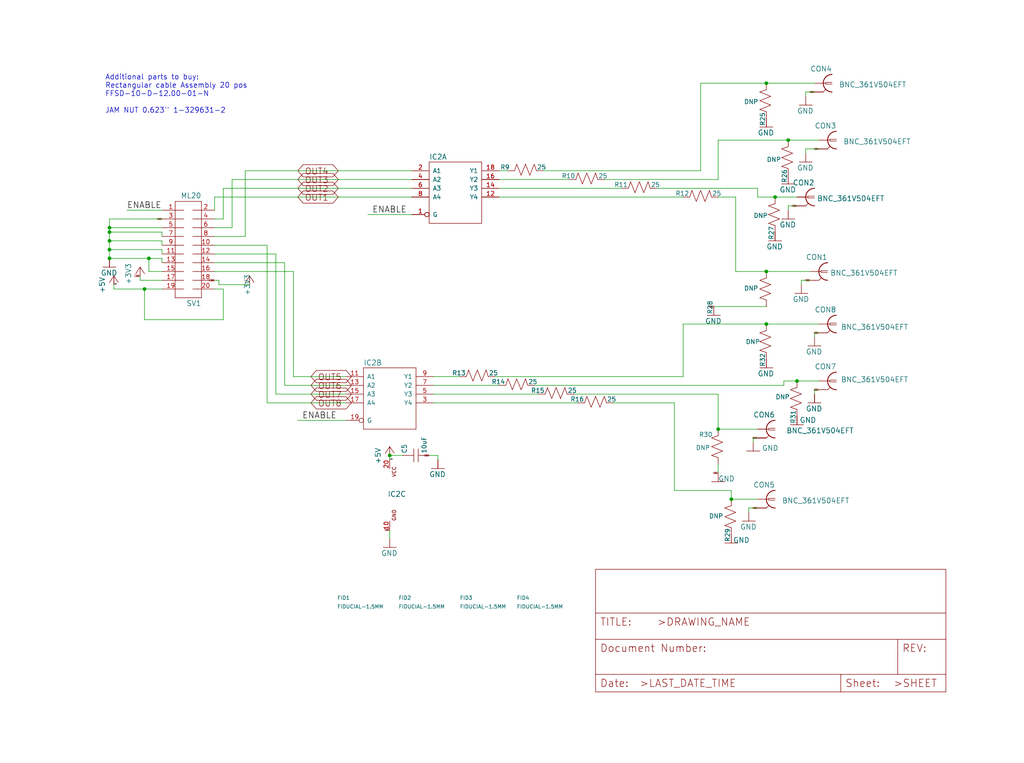
<source format=kicad_sch>
(kicad_sch
	(version 20231120)
	(generator "eeschema")
	(generator_version "8.0")
	(uuid "c66cbd28-a03c-4e2c-a3db-5ed18bcf6596")
	(paper "User" 297.002 221.31)
	(lib_symbols
		(symbol "breakout-eagle-import:+3V3"
			(power)
			(pin_names
				(offset 1.016)
			)
			(exclude_from_sim no)
			(in_bom yes)
			(on_board yes)
			(property "Reference" "#+3V3"
				(at 0 0 0)
				(effects
					(font
						(size 1.27 1.27)
					)
					(hide yes)
				)
			)
			(property "Value" "+3V3"
				(at -2.54 -5.08 90)
				(effects
					(font
						(size 1.4986 1.4986)
					)
					(justify left bottom)
				)
			)
			(property "Footprint" ""
				(at 0 0 0)
				(effects
					(font
						(size 1.27 1.27)
					)
					(hide yes)
				)
			)
			(property "Datasheet" ""
				(at 0 0 0)
				(effects
					(font
						(size 1.27 1.27)
					)
					(hide yes)
				)
			)
			(property "Description" ""
				(at 0 0 0)
				(effects
					(font
						(size 1.27 1.27)
					)
					(hide yes)
				)
			)
			(property "ki_locked" ""
				(at 0 0 0)
				(effects
					(font
						(size 1.27 1.27)
					)
				)
			)
			(symbol "+3V3_1_0"
				(polyline
					(pts
						(xy 0 0) (xy -1.27 -1.905)
					)
					(stroke
						(width 0)
						(type solid)
					)
					(fill
						(type none)
					)
				)
				(polyline
					(pts
						(xy 1.27 -1.905) (xy 0 0)
					)
					(stroke
						(width 0)
						(type solid)
					)
					(fill
						(type none)
					)
				)
				(pin power_in line
					(at 0 -2.54 90)
					(length 2.54)
					(name "+3V3"
						(effects
							(font
								(size 0 0)
							)
						)
					)
					(number "1"
						(effects
							(font
								(size 0 0)
							)
						)
					)
				)
			)
		)
		(symbol "breakout-eagle-import:+5V"
			(power)
			(pin_names
				(offset 1.016)
			)
			(exclude_from_sim no)
			(in_bom yes)
			(on_board yes)
			(property "Reference" "#P+"
				(at 0 0 0)
				(effects
					(font
						(size 1.27 1.27)
					)
					(hide yes)
				)
			)
			(property "Value" "+5V"
				(at -2.54 -5.08 90)
				(effects
					(font
						(size 1.4986 1.4986)
					)
					(justify left bottom)
				)
			)
			(property "Footprint" ""
				(at 0 0 0)
				(effects
					(font
						(size 1.27 1.27)
					)
					(hide yes)
				)
			)
			(property "Datasheet" ""
				(at 0 0 0)
				(effects
					(font
						(size 1.27 1.27)
					)
					(hide yes)
				)
			)
			(property "Description" ""
				(at 0 0 0)
				(effects
					(font
						(size 1.27 1.27)
					)
					(hide yes)
				)
			)
			(property "ki_locked" ""
				(at 0 0 0)
				(effects
					(font
						(size 1.27 1.27)
					)
				)
			)
			(symbol "+5V_1_0"
				(polyline
					(pts
						(xy 0 0) (xy -1.27 -1.905)
					)
					(stroke
						(width 0)
						(type solid)
					)
					(fill
						(type none)
					)
				)
				(polyline
					(pts
						(xy 1.27 -1.905) (xy 0 0)
					)
					(stroke
						(width 0)
						(type solid)
					)
					(fill
						(type none)
					)
				)
				(pin power_in line
					(at 0 -2.54 90)
					(length 2.54)
					(name "+5V"
						(effects
							(font
								(size 0 0)
							)
						)
					)
					(number "1"
						(effects
							(font
								(size 0 0)
							)
						)
					)
				)
			)
		)
		(symbol "breakout-eagle-import:74244DW"
			(pin_names
				(offset 1.016)
			)
			(exclude_from_sim no)
			(in_bom yes)
			(on_board yes)
			(property "Reference" "IC"
				(at -0.635 -0.635 0)
				(effects
					(font
						(size 1.4986 1.4986)
					)
					(justify left bottom)
				)
			)
			(property "Value" "74244DW"
				(at -7.62 -12.7 0)
				(effects
					(font
						(size 1.4986 1.4986)
					)
					(justify left bottom)
					(hide yes)
				)
			)
			(property "Footprint" ""
				(at 0 0 0)
				(effects
					(font
						(size 1.27 1.27)
					)
					(hide yes)
				)
			)
			(property "Datasheet" ""
				(at 0 0 0)
				(effects
					(font
						(size 1.27 1.27)
					)
					(hide yes)
				)
			)
			(property "Description" ""
				(at 0 0 0)
				(effects
					(font
						(size 1.27 1.27)
					)
					(hide yes)
				)
			)
			(property "ki_locked" ""
				(at 0 0 0)
				(effects
					(font
						(size 1.27 1.27)
					)
				)
			)
			(symbol "74244DW_1_0"
				(polyline
					(pts
						(xy -7.62 -10.16) (xy 7.62 -10.16)
					)
					(stroke
						(width 0)
						(type solid)
					)
					(fill
						(type none)
					)
				)
				(polyline
					(pts
						(xy -7.62 7.62) (xy -7.62 -10.16)
					)
					(stroke
						(width 0)
						(type solid)
					)
					(fill
						(type none)
					)
				)
				(polyline
					(pts
						(xy 7.62 -10.16) (xy 7.62 7.62)
					)
					(stroke
						(width 0)
						(type solid)
					)
					(fill
						(type none)
					)
				)
				(polyline
					(pts
						(xy 7.62 7.62) (xy -7.62 7.62)
					)
					(stroke
						(width 0)
						(type solid)
					)
					(fill
						(type none)
					)
				)
				(pin input inverted
					(at -12.7 -7.62 0)
					(length 5.08)
					(name "G"
						(effects
							(font
								(size 1.27 1.27)
							)
						)
					)
					(number "1"
						(effects
							(font
								(size 1.27 1.27)
							)
						)
					)
				)
				(pin tri_state line
					(at 12.7 -2.54 180)
					(length 5.08)
					(name "Y4"
						(effects
							(font
								(size 1.27 1.27)
							)
						)
					)
					(number "12"
						(effects
							(font
								(size 1.27 1.27)
							)
						)
					)
				)
				(pin tri_state line
					(at 12.7 0 180)
					(length 5.08)
					(name "Y3"
						(effects
							(font
								(size 1.27 1.27)
							)
						)
					)
					(number "14"
						(effects
							(font
								(size 1.27 1.27)
							)
						)
					)
				)
				(pin tri_state line
					(at 12.7 2.54 180)
					(length 5.08)
					(name "Y2"
						(effects
							(font
								(size 1.27 1.27)
							)
						)
					)
					(number "16"
						(effects
							(font
								(size 1.27 1.27)
							)
						)
					)
				)
				(pin tri_state line
					(at 12.7 5.08 180)
					(length 5.08)
					(name "Y1"
						(effects
							(font
								(size 1.27 1.27)
							)
						)
					)
					(number "18"
						(effects
							(font
								(size 1.27 1.27)
							)
						)
					)
				)
				(pin input line
					(at -12.7 5.08 0)
					(length 5.08)
					(name "A1"
						(effects
							(font
								(size 1.27 1.27)
							)
						)
					)
					(number "2"
						(effects
							(font
								(size 1.27 1.27)
							)
						)
					)
				)
				(pin input line
					(at -12.7 2.54 0)
					(length 5.08)
					(name "A2"
						(effects
							(font
								(size 1.27 1.27)
							)
						)
					)
					(number "4"
						(effects
							(font
								(size 1.27 1.27)
							)
						)
					)
				)
				(pin input line
					(at -12.7 0 0)
					(length 5.08)
					(name "A3"
						(effects
							(font
								(size 1.27 1.27)
							)
						)
					)
					(number "6"
						(effects
							(font
								(size 1.27 1.27)
							)
						)
					)
				)
				(pin input line
					(at -12.7 -2.54 0)
					(length 5.08)
					(name "A4"
						(effects
							(font
								(size 1.27 1.27)
							)
						)
					)
					(number "8"
						(effects
							(font
								(size 1.27 1.27)
							)
						)
					)
				)
			)
			(symbol "74244DW_2_0"
				(polyline
					(pts
						(xy -7.62 -10.16) (xy 7.62 -10.16)
					)
					(stroke
						(width 0)
						(type solid)
					)
					(fill
						(type none)
					)
				)
				(polyline
					(pts
						(xy -7.62 7.62) (xy -7.62 -10.16)
					)
					(stroke
						(width 0)
						(type solid)
					)
					(fill
						(type none)
					)
				)
				(polyline
					(pts
						(xy 7.62 -10.16) (xy 7.62 7.62)
					)
					(stroke
						(width 0)
						(type solid)
					)
					(fill
						(type none)
					)
				)
				(polyline
					(pts
						(xy 7.62 7.62) (xy -7.62 7.62)
					)
					(stroke
						(width 0)
						(type solid)
					)
					(fill
						(type none)
					)
				)
				(pin input line
					(at -12.7 5.08 0)
					(length 5.08)
					(name "A1"
						(effects
							(font
								(size 1.27 1.27)
							)
						)
					)
					(number "11"
						(effects
							(font
								(size 1.27 1.27)
							)
						)
					)
				)
				(pin input line
					(at -12.7 2.54 0)
					(length 5.08)
					(name "A2"
						(effects
							(font
								(size 1.27 1.27)
							)
						)
					)
					(number "13"
						(effects
							(font
								(size 1.27 1.27)
							)
						)
					)
				)
				(pin input line
					(at -12.7 0 0)
					(length 5.08)
					(name "A3"
						(effects
							(font
								(size 1.27 1.27)
							)
						)
					)
					(number "15"
						(effects
							(font
								(size 1.27 1.27)
							)
						)
					)
				)
				(pin input line
					(at -12.7 -2.54 0)
					(length 5.08)
					(name "A4"
						(effects
							(font
								(size 1.27 1.27)
							)
						)
					)
					(number "17"
						(effects
							(font
								(size 1.27 1.27)
							)
						)
					)
				)
				(pin input inverted
					(at -12.7 -7.62 0)
					(length 5.08)
					(name "G"
						(effects
							(font
								(size 1.27 1.27)
							)
						)
					)
					(number "19"
						(effects
							(font
								(size 1.27 1.27)
							)
						)
					)
				)
				(pin tri_state line
					(at 12.7 -2.54 180)
					(length 5.08)
					(name "Y4"
						(effects
							(font
								(size 1.27 1.27)
							)
						)
					)
					(number "3"
						(effects
							(font
								(size 1.27 1.27)
							)
						)
					)
				)
				(pin tri_state line
					(at 12.7 0 180)
					(length 5.08)
					(name "Y3"
						(effects
							(font
								(size 1.27 1.27)
							)
						)
					)
					(number "5"
						(effects
							(font
								(size 1.27 1.27)
							)
						)
					)
				)
				(pin tri_state line
					(at 12.7 2.54 180)
					(length 5.08)
					(name "Y2"
						(effects
							(font
								(size 1.27 1.27)
							)
						)
					)
					(number "7"
						(effects
							(font
								(size 1.27 1.27)
							)
						)
					)
				)
				(pin tri_state line
					(at 12.7 5.08 180)
					(length 5.08)
					(name "Y1"
						(effects
							(font
								(size 1.27 1.27)
							)
						)
					)
					(number "9"
						(effects
							(font
								(size 1.27 1.27)
							)
						)
					)
				)
			)
			(symbol "74244DW_3_0"
				(text "GND"
					(at 1.905 -7.62 900)
					(effects
						(font
							(size 1.0668 1.0668)
						)
						(justify left bottom)
					)
				)
				(text "VCC"
					(at 1.905 5.08 900)
					(effects
						(font
							(size 1.0668 1.0668)
						)
						(justify left bottom)
					)
				)
				(pin power_in line
					(at 0 -10.16 90)
					(length 2.54)
					(name "GND"
						(effects
							(font
								(size 0 0)
							)
						)
					)
					(number "10"
						(effects
							(font
								(size 1.27 1.27)
							)
						)
					)
				)
				(pin power_in line
					(at 0 10.16 270)
					(length 2.54)
					(name "VCC"
						(effects
							(font
								(size 0 0)
							)
						)
					)
					(number "20"
						(effects
							(font
								(size 1.27 1.27)
							)
						)
					)
				)
			)
		)
		(symbol "breakout-eagle-import:BNC_361V504EFT"
			(pin_names
				(offset 1.016)
			)
			(exclude_from_sim no)
			(in_bom yes)
			(on_board yes)
			(property "Reference" "CON"
				(at -5.08 3.302 0)
				(effects
					(font
						(size 1.4986 1.4986)
					)
					(justify left bottom)
				)
			)
			(property "Value" "BNC_361V504EFT"
				(at -5.08 -5.08 0)
				(effects
					(font
						(size 1.4986 1.4986)
					)
					(justify left bottom)
				)
			)
			(property "Footprint" ""
				(at 0 0 0)
				(effects
					(font
						(size 1.27 1.27)
					)
					(hide yes)
				)
			)
			(property "Datasheet" ""
				(at 0 0 0)
				(effects
					(font
						(size 1.27 1.27)
					)
					(hide yes)
				)
			)
			(property "Description" ""
				(at 0 0 0)
				(effects
					(font
						(size 1.27 1.27)
					)
					(hide yes)
				)
			)
			(property "ki_locked" ""
				(at 0 0 0)
				(effects
					(font
						(size 1.27 1.27)
					)
				)
			)
			(symbol "BNC_361V504EFT_1_0"
				(arc
					(start -5.08 -2.54)
					(mid -3.2839 -1.7961)
					(end -2.54 0)
					(stroke
						(width 0.254)
						(type solid)
					)
					(fill
						(type none)
					)
				)
				(arc
					(start -2.54 0)
					(mid -3.2839 1.7961)
					(end -5.08 2.54)
					(stroke
						(width 0.254)
						(type solid)
					)
					(fill
						(type none)
					)
				)
				(polyline
					(pts
						(xy -5.08 0.254) (xy -3.302 0.254)
					)
					(stroke
						(width 0)
						(type solid)
					)
					(fill
						(type none)
					)
				)
				(polyline
					(pts
						(xy -3.302 -0.254) (xy -5.08 -0.254)
					)
					(stroke
						(width 0)
						(type solid)
					)
					(fill
						(type none)
					)
				)
				(polyline
					(pts
						(xy -3.302 0.254) (xy -3.048 0)
					)
					(stroke
						(width 0)
						(type solid)
					)
					(fill
						(type none)
					)
				)
				(polyline
					(pts
						(xy -3.048 0) (xy -3.302 -0.254)
					)
					(stroke
						(width 0)
						(type solid)
					)
					(fill
						(type none)
					)
				)
				(polyline
					(pts
						(xy -2.54 -2.54) (xy -3.302 -1.778)
					)
					(stroke
						(width 0)
						(type solid)
					)
					(fill
						(type none)
					)
				)
				(polyline
					(pts
						(xy -2.54 0) (xy -3.048 0)
					)
					(stroke
						(width 0)
						(type solid)
					)
					(fill
						(type none)
					)
				)
				(pin bidirectional line
					(at 0 -2.54 180)
					(length 2.54)
					(name "2"
						(effects
							(font
								(size 0 0)
							)
						)
					)
					(number "GND$1"
						(effects
							(font
								(size 0 0)
							)
						)
					)
				)
				(pin bidirectional line
					(at 0 -2.54 180)
					(length 2.54)
					(name "2"
						(effects
							(font
								(size 0 0)
							)
						)
					)
					(number "GND$2"
						(effects
							(font
								(size 0 0)
							)
						)
					)
				)
				(pin passive line
					(at 0 0 180)
					(length 2.54)
					(name "1"
						(effects
							(font
								(size 0 0)
							)
						)
					)
					(number "P$1"
						(effects
							(font
								(size 0 0)
							)
						)
					)
				)
			)
		)
		(symbol "breakout-eagle-import:C_MLCC_SMDCMLCC_0603"
			(pin_names
				(offset 1.016)
			)
			(exclude_from_sim no)
			(in_bom yes)
			(on_board yes)
			(property "Reference" "C"
				(at 0.5588 0.0508 0)
				(effects
					(font
						(size 1.2954 1.2954)
					)
					(justify left bottom)
				)
			)
			(property "Value" "C_MLCC_SMDCMLCC_0603"
				(at 0.5588 -4.3688 0)
				(effects
					(font
						(size 1.2954 1.2954)
					)
					(justify left bottom)
				)
			)
			(property "Footprint" ""
				(at 0 0 0)
				(effects
					(font
						(size 1.27 1.27)
					)
					(hide yes)
				)
			)
			(property "Datasheet" ""
				(at 0 0 0)
				(effects
					(font
						(size 1.27 1.27)
					)
					(hide yes)
				)
			)
			(property "Description" ""
				(at 0 0 0)
				(effects
					(font
						(size 1.27 1.27)
					)
					(hide yes)
				)
			)
			(property "ki_locked" ""
				(at 0 0 0)
				(effects
					(font
						(size 1.27 1.27)
					)
				)
			)
			(symbol "C_MLCC_SMDCMLCC_0603_1_0"
				(polyline
					(pts
						(xy -1.905 -1.905) (xy 0 -1.905)
					)
					(stroke
						(width 0)
						(type solid)
					)
					(fill
						(type none)
					)
				)
				(polyline
					(pts
						(xy 0 -1.905) (xy 0 -5.08)
					)
					(stroke
						(width 0)
						(type solid)
					)
					(fill
						(type none)
					)
				)
				(polyline
					(pts
						(xy 0 -1.905) (xy 1.905 -1.905)
					)
					(stroke
						(width 0)
						(type solid)
					)
					(fill
						(type none)
					)
				)
				(polyline
					(pts
						(xy 0 -0.635) (xy -1.905 -0.635)
					)
					(stroke
						(width 0)
						(type solid)
					)
					(fill
						(type none)
					)
				)
				(polyline
					(pts
						(xy 0 -0.635) (xy 0 2.54)
					)
					(stroke
						(width 0)
						(type solid)
					)
					(fill
						(type none)
					)
				)
				(polyline
					(pts
						(xy 1.905 -0.635) (xy 0 -0.635)
					)
					(stroke
						(width 0)
						(type solid)
					)
					(fill
						(type none)
					)
				)
				(pin passive line
					(at 0 2.54 270)
					(length 0)
					(name "1"
						(effects
							(font
								(size 0 0)
							)
						)
					)
					(number "P$1"
						(effects
							(font
								(size 0 0)
							)
						)
					)
				)
				(pin passive line
					(at 0 -5.08 90)
					(length 0)
					(name "2"
						(effects
							(font
								(size 0 0)
							)
						)
					)
					(number "P$2"
						(effects
							(font
								(size 0 0)
							)
						)
					)
				)
			)
		)
		(symbol "breakout-eagle-import:FIDUCIAL-1.5MM"
			(pin_names
				(offset 1.016)
			)
			(exclude_from_sim no)
			(in_bom yes)
			(on_board yes)
			(property "Reference" "FID"
				(at 0 0 0)
				(effects
					(font
						(size 1.0668 1.0668)
					)
					(justify left bottom)
				)
			)
			(property "Value" "FIDUCIAL-1.5MM"
				(at 0 -2.54 0)
				(effects
					(font
						(size 1.0668 1.0668)
					)
					(justify left bottom)
				)
			)
			(property "Footprint" ""
				(at 0 0 0)
				(effects
					(font
						(size 1.27 1.27)
					)
					(hide yes)
				)
			)
			(property "Datasheet" ""
				(at 0 0 0)
				(effects
					(font
						(size 1.27 1.27)
					)
					(hide yes)
				)
			)
			(property "Description" ""
				(at 0 0 0)
				(effects
					(font
						(size 1.27 1.27)
					)
					(hide yes)
				)
			)
			(property "ki_locked" ""
				(at 0 0 0)
				(effects
					(font
						(size 1.27 1.27)
					)
				)
			)
		)
		(symbol "breakout-eagle-import:GND"
			(power)
			(pin_names
				(offset 1.016)
			)
			(exclude_from_sim no)
			(in_bom yes)
			(on_board yes)
			(property "Reference" "#GND"
				(at 0 0 0)
				(effects
					(font
						(size 1.27 1.27)
					)
					(hide yes)
				)
			)
			(property "Value" "GND"
				(at -2.54 -2.54 0)
				(effects
					(font
						(size 1.4986 1.4986)
					)
					(justify left bottom)
				)
			)
			(property "Footprint" ""
				(at 0 0 0)
				(effects
					(font
						(size 1.27 1.27)
					)
					(hide yes)
				)
			)
			(property "Datasheet" ""
				(at 0 0 0)
				(effects
					(font
						(size 1.27 1.27)
					)
					(hide yes)
				)
			)
			(property "Description" ""
				(at 0 0 0)
				(effects
					(font
						(size 1.27 1.27)
					)
					(hide yes)
				)
			)
			(property "ki_locked" ""
				(at 0 0 0)
				(effects
					(font
						(size 1.27 1.27)
					)
				)
			)
			(symbol "GND_1_0"
				(polyline
					(pts
						(xy -1.905 0) (xy 1.905 0)
					)
					(stroke
						(width 0)
						(type solid)
					)
					(fill
						(type none)
					)
				)
				(pin power_in line
					(at 0 2.54 270)
					(length 2.54)
					(name "GND"
						(effects
							(font
								(size 0 0)
							)
						)
					)
					(number "1"
						(effects
							(font
								(size 0 0)
							)
						)
					)
				)
			)
		)
		(symbol "breakout-eagle-import:LETTER_L"
			(pin_names
				(offset 1.016)
			)
			(exclude_from_sim no)
			(in_bom yes)
			(on_board yes)
			(property "Reference" "#FRAME"
				(at 0 0 0)
				(effects
					(font
						(size 1.27 1.27)
					)
					(hide yes)
				)
			)
			(property "Value" "LETTER_L"
				(at 0 0 0)
				(effects
					(font
						(size 1.27 1.27)
					)
					(hide yes)
				)
			)
			(property "Footprint" ""
				(at 0 0 0)
				(effects
					(font
						(size 1.27 1.27)
					)
					(hide yes)
				)
			)
			(property "Datasheet" ""
				(at 0 0 0)
				(effects
					(font
						(size 1.27 1.27)
					)
					(hide yes)
				)
			)
			(property "Description" ""
				(at 0 0 0)
				(effects
					(font
						(size 1.27 1.27)
					)
					(hide yes)
				)
			)
			(property "ki_locked" ""
				(at 0 0 0)
				(effects
					(font
						(size 1.27 1.27)
					)
				)
			)
			(symbol "LETTER_L_2_0"
				(polyline
					(pts
						(xy 0 0) (xy 0 5.08)
					)
					(stroke
						(width 0)
						(type solid)
					)
					(fill
						(type none)
					)
				)
				(polyline
					(pts
						(xy 0 0) (xy 71.12 0)
					)
					(stroke
						(width 0)
						(type solid)
					)
					(fill
						(type none)
					)
				)
				(polyline
					(pts
						(xy 0 5.08) (xy 0 15.24)
					)
					(stroke
						(width 0)
						(type solid)
					)
					(fill
						(type none)
					)
				)
				(polyline
					(pts
						(xy 0 5.08) (xy 71.12 5.08)
					)
					(stroke
						(width 0)
						(type solid)
					)
					(fill
						(type none)
					)
				)
				(polyline
					(pts
						(xy 0 15.24) (xy 0 22.86)
					)
					(stroke
						(width 0)
						(type solid)
					)
					(fill
						(type none)
					)
				)
				(polyline
					(pts
						(xy 0 22.86) (xy 0 35.56)
					)
					(stroke
						(width 0)
						(type solid)
					)
					(fill
						(type none)
					)
				)
				(polyline
					(pts
						(xy 0 22.86) (xy 101.6 22.86)
					)
					(stroke
						(width 0)
						(type solid)
					)
					(fill
						(type none)
					)
				)
				(polyline
					(pts
						(xy 71.12 0) (xy 101.6 0)
					)
					(stroke
						(width 0)
						(type solid)
					)
					(fill
						(type none)
					)
				)
				(polyline
					(pts
						(xy 71.12 5.08) (xy 71.12 0)
					)
					(stroke
						(width 0)
						(type solid)
					)
					(fill
						(type none)
					)
				)
				(polyline
					(pts
						(xy 71.12 5.08) (xy 87.63 5.08)
					)
					(stroke
						(width 0)
						(type solid)
					)
					(fill
						(type none)
					)
				)
				(polyline
					(pts
						(xy 87.63 5.08) (xy 101.6 5.08)
					)
					(stroke
						(width 0)
						(type solid)
					)
					(fill
						(type none)
					)
				)
				(polyline
					(pts
						(xy 87.63 15.24) (xy 0 15.24)
					)
					(stroke
						(width 0)
						(type solid)
					)
					(fill
						(type none)
					)
				)
				(polyline
					(pts
						(xy 87.63 15.24) (xy 87.63 5.08)
					)
					(stroke
						(width 0)
						(type solid)
					)
					(fill
						(type none)
					)
				)
				(polyline
					(pts
						(xy 101.6 5.08) (xy 101.6 0)
					)
					(stroke
						(width 0)
						(type solid)
					)
					(fill
						(type none)
					)
				)
				(polyline
					(pts
						(xy 101.6 15.24) (xy 87.63 15.24)
					)
					(stroke
						(width 0)
						(type solid)
					)
					(fill
						(type none)
					)
				)
				(polyline
					(pts
						(xy 101.6 15.24) (xy 101.6 5.08)
					)
					(stroke
						(width 0)
						(type solid)
					)
					(fill
						(type none)
					)
				)
				(polyline
					(pts
						(xy 101.6 22.86) (xy 101.6 15.24)
					)
					(stroke
						(width 0)
						(type solid)
					)
					(fill
						(type none)
					)
				)
				(polyline
					(pts
						(xy 101.6 35.56) (xy 0 35.56)
					)
					(stroke
						(width 0)
						(type solid)
					)
					(fill
						(type none)
					)
				)
				(polyline
					(pts
						(xy 101.6 35.56) (xy 101.6 22.86)
					)
					(stroke
						(width 0)
						(type solid)
					)
					(fill
						(type none)
					)
				)
				(text ">DRAWING_NAME"
					(at 17.78 19.05 0)
					(effects
						(font
							(size 2.159 2.159)
						)
						(justify left bottom)
					)
				)
				(text ">LAST_DATE_TIME"
					(at 12.7 1.27 0)
					(effects
						(font
							(size 2.159 2.159)
						)
						(justify left bottom)
					)
				)
				(text ">SHEET"
					(at 86.36 1.27 0)
					(effects
						(font
							(size 2.159 2.159)
						)
						(justify left bottom)
					)
				)
				(text "Date:"
					(at 1.27 1.27 0)
					(effects
						(font
							(size 2.159 2.159)
						)
						(justify left bottom)
					)
				)
				(text "Document Number:"
					(at 1.27 11.43 0)
					(effects
						(font
							(size 2.159 2.159)
						)
						(justify left bottom)
					)
				)
				(text "REV:"
					(at 88.9 11.43 0)
					(effects
						(font
							(size 2.159 2.159)
						)
						(justify left bottom)
					)
				)
				(text "Sheet:"
					(at 72.39 1.27 0)
					(effects
						(font
							(size 2.159 2.159)
						)
						(justify left bottom)
					)
				)
				(text "TITLE:"
					(at 1.27 19.05 0)
					(effects
						(font
							(size 2.159 2.159)
						)
						(justify left bottom)
					)
				)
			)
		)
		(symbol "breakout-eagle-import:ML20"
			(pin_names
				(offset 1.016)
			)
			(exclude_from_sim no)
			(in_bom yes)
			(on_board yes)
			(property "Reference" "SV"
				(at -3.81 13.462 0)
				(effects
					(font
						(size 1.4986 1.4986)
					)
					(justify left bottom)
				)
			)
			(property "Value" "ML20"
				(at -3.81 -17.78 0)
				(effects
					(font
						(size 1.4986 1.4986)
					)
					(justify left bottom)
				)
			)
			(property "Footprint" ""
				(at 0 0 0)
				(effects
					(font
						(size 1.27 1.27)
					)
					(hide yes)
				)
			)
			(property "Datasheet" ""
				(at 0 0 0)
				(effects
					(font
						(size 1.27 1.27)
					)
					(hide yes)
				)
			)
			(property "Description" ""
				(at 0 0 0)
				(effects
					(font
						(size 1.27 1.27)
					)
					(hide yes)
				)
			)
			(property "ki_locked" ""
				(at 0 0 0)
				(effects
					(font
						(size 1.27 1.27)
					)
				)
			)
			(symbol "ML20_1_0"
				(polyline
					(pts
						(xy -3.81 12.7) (xy -3.81 -15.24)
					)
					(stroke
						(width 0)
						(type solid)
					)
					(fill
						(type none)
					)
				)
				(polyline
					(pts
						(xy -3.81 12.7) (xy 3.81 12.7)
					)
					(stroke
						(width 0)
						(type solid)
					)
					(fill
						(type none)
					)
				)
				(polyline
					(pts
						(xy -2.54 -12.7) (xy -1.27 -12.7)
					)
					(stroke
						(width 0)
						(type solid)
					)
					(fill
						(type none)
					)
				)
				(polyline
					(pts
						(xy -2.54 -10.16) (xy -1.27 -10.16)
					)
					(stroke
						(width 0)
						(type solid)
					)
					(fill
						(type none)
					)
				)
				(polyline
					(pts
						(xy -2.54 -7.62) (xy -1.27 -7.62)
					)
					(stroke
						(width 0)
						(type solid)
					)
					(fill
						(type none)
					)
				)
				(polyline
					(pts
						(xy -2.54 -5.08) (xy -1.27 -5.08)
					)
					(stroke
						(width 0)
						(type solid)
					)
					(fill
						(type none)
					)
				)
				(polyline
					(pts
						(xy -2.54 -2.54) (xy -1.27 -2.54)
					)
					(stroke
						(width 0)
						(type solid)
					)
					(fill
						(type none)
					)
				)
				(polyline
					(pts
						(xy -2.54 0) (xy -1.27 0)
					)
					(stroke
						(width 0)
						(type solid)
					)
					(fill
						(type none)
					)
				)
				(polyline
					(pts
						(xy -2.54 2.54) (xy -1.27 2.54)
					)
					(stroke
						(width 0)
						(type solid)
					)
					(fill
						(type none)
					)
				)
				(polyline
					(pts
						(xy -2.54 5.08) (xy -1.27 5.08)
					)
					(stroke
						(width 0)
						(type solid)
					)
					(fill
						(type none)
					)
				)
				(polyline
					(pts
						(xy -2.54 7.62) (xy -1.27 7.62)
					)
					(stroke
						(width 0)
						(type solid)
					)
					(fill
						(type none)
					)
				)
				(polyline
					(pts
						(xy -2.54 10.16) (xy -1.27 10.16)
					)
					(stroke
						(width 0)
						(type solid)
					)
					(fill
						(type none)
					)
				)
				(polyline
					(pts
						(xy 1.27 -12.7) (xy 2.54 -12.7)
					)
					(stroke
						(width 0)
						(type solid)
					)
					(fill
						(type none)
					)
				)
				(polyline
					(pts
						(xy 1.27 -10.16) (xy 2.54 -10.16)
					)
					(stroke
						(width 0)
						(type solid)
					)
					(fill
						(type none)
					)
				)
				(polyline
					(pts
						(xy 1.27 -7.62) (xy 2.54 -7.62)
					)
					(stroke
						(width 0)
						(type solid)
					)
					(fill
						(type none)
					)
				)
				(polyline
					(pts
						(xy 1.27 -5.08) (xy 2.54 -5.08)
					)
					(stroke
						(width 0)
						(type solid)
					)
					(fill
						(type none)
					)
				)
				(polyline
					(pts
						(xy 1.27 -2.54) (xy 2.54 -2.54)
					)
					(stroke
						(width 0)
						(type solid)
					)
					(fill
						(type none)
					)
				)
				(polyline
					(pts
						(xy 1.27 0) (xy 2.54 0)
					)
					(stroke
						(width 0)
						(type solid)
					)
					(fill
						(type none)
					)
				)
				(polyline
					(pts
						(xy 1.27 2.54) (xy 2.54 2.54)
					)
					(stroke
						(width 0)
						(type solid)
					)
					(fill
						(type none)
					)
				)
				(polyline
					(pts
						(xy 1.27 5.08) (xy 2.54 5.08)
					)
					(stroke
						(width 0)
						(type solid)
					)
					(fill
						(type none)
					)
				)
				(polyline
					(pts
						(xy 1.27 7.62) (xy 2.54 7.62)
					)
					(stroke
						(width 0)
						(type solid)
					)
					(fill
						(type none)
					)
				)
				(polyline
					(pts
						(xy 1.27 10.16) (xy 2.54 10.16)
					)
					(stroke
						(width 0)
						(type solid)
					)
					(fill
						(type none)
					)
				)
				(polyline
					(pts
						(xy 3.81 -15.24) (xy -3.81 -15.24)
					)
					(stroke
						(width 0)
						(type solid)
					)
					(fill
						(type none)
					)
				)
				(polyline
					(pts
						(xy 3.81 -15.24) (xy 3.81 12.7)
					)
					(stroke
						(width 0)
						(type solid)
					)
					(fill
						(type none)
					)
				)
				(pin passive line
					(at 7.62 -12.7 180)
					(length 5.08)
					(name "1"
						(effects
							(font
								(size 0 0)
							)
						)
					)
					(number "1"
						(effects
							(font
								(size 1.27 1.27)
							)
						)
					)
				)
				(pin passive line
					(at -7.62 -2.54 0)
					(length 5.08)
					(name "10"
						(effects
							(font
								(size 0 0)
							)
						)
					)
					(number "10"
						(effects
							(font
								(size 1.27 1.27)
							)
						)
					)
				)
				(pin passive line
					(at 7.62 0 180)
					(length 5.08)
					(name "11"
						(effects
							(font
								(size 0 0)
							)
						)
					)
					(number "11"
						(effects
							(font
								(size 1.27 1.27)
							)
						)
					)
				)
				(pin passive line
					(at -7.62 0 0)
					(length 5.08)
					(name "12"
						(effects
							(font
								(size 0 0)
							)
						)
					)
					(number "12"
						(effects
							(font
								(size 1.27 1.27)
							)
						)
					)
				)
				(pin passive line
					(at 7.62 2.54 180)
					(length 5.08)
					(name "13"
						(effects
							(font
								(size 0 0)
							)
						)
					)
					(number "13"
						(effects
							(font
								(size 1.27 1.27)
							)
						)
					)
				)
				(pin passive line
					(at -7.62 2.54 0)
					(length 5.08)
					(name "14"
						(effects
							(font
								(size 0 0)
							)
						)
					)
					(number "14"
						(effects
							(font
								(size 1.27 1.27)
							)
						)
					)
				)
				(pin passive line
					(at 7.62 5.08 180)
					(length 5.08)
					(name "15"
						(effects
							(font
								(size 0 0)
							)
						)
					)
					(number "15"
						(effects
							(font
								(size 1.27 1.27)
							)
						)
					)
				)
				(pin passive line
					(at -7.62 5.08 0)
					(length 5.08)
					(name "16"
						(effects
							(font
								(size 0 0)
							)
						)
					)
					(number "16"
						(effects
							(font
								(size 1.27 1.27)
							)
						)
					)
				)
				(pin passive line
					(at 7.62 7.62 180)
					(length 5.08)
					(name "17"
						(effects
							(font
								(size 0 0)
							)
						)
					)
					(number "17"
						(effects
							(font
								(size 1.27 1.27)
							)
						)
					)
				)
				(pin passive line
					(at -7.62 7.62 0)
					(length 5.08)
					(name "18"
						(effects
							(font
								(size 0 0)
							)
						)
					)
					(number "18"
						(effects
							(font
								(size 1.27 1.27)
							)
						)
					)
				)
				(pin passive line
					(at 7.62 10.16 180)
					(length 5.08)
					(name "19"
						(effects
							(font
								(size 0 0)
							)
						)
					)
					(number "19"
						(effects
							(font
								(size 1.27 1.27)
							)
						)
					)
				)
				(pin passive line
					(at -7.62 -12.7 0)
					(length 5.08)
					(name "2"
						(effects
							(font
								(size 0 0)
							)
						)
					)
					(number "2"
						(effects
							(font
								(size 1.27 1.27)
							)
						)
					)
				)
				(pin passive line
					(at -7.62 10.16 0)
					(length 5.08)
					(name "20"
						(effects
							(font
								(size 0 0)
							)
						)
					)
					(number "20"
						(effects
							(font
								(size 1.27 1.27)
							)
						)
					)
				)
				(pin passive line
					(at 7.62 -10.16 180)
					(length 5.08)
					(name "3"
						(effects
							(font
								(size 0 0)
							)
						)
					)
					(number "3"
						(effects
							(font
								(size 1.27 1.27)
							)
						)
					)
				)
				(pin passive line
					(at -7.62 -10.16 0)
					(length 5.08)
					(name "4"
						(effects
							(font
								(size 0 0)
							)
						)
					)
					(number "4"
						(effects
							(font
								(size 1.27 1.27)
							)
						)
					)
				)
				(pin passive line
					(at 7.62 -7.62 180)
					(length 5.08)
					(name "5"
						(effects
							(font
								(size 0 0)
							)
						)
					)
					(number "5"
						(effects
							(font
								(size 1.27 1.27)
							)
						)
					)
				)
				(pin passive line
					(at -7.62 -7.62 0)
					(length 5.08)
					(name "6"
						(effects
							(font
								(size 0 0)
							)
						)
					)
					(number "6"
						(effects
							(font
								(size 1.27 1.27)
							)
						)
					)
				)
				(pin passive line
					(at 7.62 -5.08 180)
					(length 5.08)
					(name "7"
						(effects
							(font
								(size 0 0)
							)
						)
					)
					(number "7"
						(effects
							(font
								(size 1.27 1.27)
							)
						)
					)
				)
				(pin passive line
					(at -7.62 -5.08 0)
					(length 5.08)
					(name "8"
						(effects
							(font
								(size 0 0)
							)
						)
					)
					(number "8"
						(effects
							(font
								(size 1.27 1.27)
							)
						)
					)
				)
				(pin passive line
					(at 7.62 -2.54 180)
					(length 5.08)
					(name "9"
						(effects
							(font
								(size 0 0)
							)
						)
					)
					(number "9"
						(effects
							(font
								(size 1.27 1.27)
							)
						)
					)
				)
			)
		)
		(symbol "breakout-eagle-import:R_SMDR0603"
			(pin_names
				(offset 1.016)
			)
			(exclude_from_sim no)
			(in_bom yes)
			(on_board yes)
			(property "Reference" "R"
				(at -7.2898 0.3048 0)
				(effects
					(font
						(size 1.2954 1.2954)
					)
					(justify left bottom)
				)
			)
			(property "Value" "R_SMDR0603"
				(at 3.3274 0.3048 0)
				(effects
					(font
						(size 1.2954 1.2954)
					)
					(justify left bottom)
				)
			)
			(property "Footprint" ""
				(at 0 0 0)
				(effects
					(font
						(size 1.27 1.27)
					)
					(hide yes)
				)
			)
			(property "Datasheet" ""
				(at 0 0 0)
				(effects
					(font
						(size 1.27 1.27)
					)
					(hide yes)
				)
			)
			(property "Description" ""
				(at 0 0 0)
				(effects
					(font
						(size 1.27 1.27)
					)
					(hide yes)
				)
			)
			(property "ki_locked" ""
				(at 0 0 0)
				(effects
					(font
						(size 1.27 1.27)
					)
				)
			)
			(symbol "R_SMDR0603_1_0"
				(polyline
					(pts
						(xy -3.175 0) (xy -5.08 0)
					)
					(stroke
						(width 0)
						(type solid)
					)
					(fill
						(type none)
					)
				)
				(polyline
					(pts
						(xy -2.54 1.905) (xy -3.175 0)
					)
					(stroke
						(width 0)
						(type solid)
					)
					(fill
						(type none)
					)
				)
				(polyline
					(pts
						(xy -2.54 1.905) (xy -1.27 -1.27)
					)
					(stroke
						(width 0)
						(type solid)
					)
					(fill
						(type none)
					)
				)
				(polyline
					(pts
						(xy -1.27 -1.27) (xy 0 1.905)
					)
					(stroke
						(width 0)
						(type solid)
					)
					(fill
						(type none)
					)
				)
				(polyline
					(pts
						(xy 0 1.905) (xy 1.27 -1.27)
					)
					(stroke
						(width 0)
						(type solid)
					)
					(fill
						(type none)
					)
				)
				(polyline
					(pts
						(xy 1.27 -1.27) (xy 2.54 1.905)
					)
					(stroke
						(width 0)
						(type solid)
					)
					(fill
						(type none)
					)
				)
				(polyline
					(pts
						(xy 2.54 1.905) (xy 3.175 0)
					)
					(stroke
						(width 0)
						(type solid)
					)
					(fill
						(type none)
					)
				)
				(polyline
					(pts
						(xy 3.175 0) (xy 5.08 0)
					)
					(stroke
						(width 0)
						(type solid)
					)
					(fill
						(type none)
					)
				)
				(pin passive line
					(at -5.08 0 0)
					(length 0)
					(name "1"
						(effects
							(font
								(size 0 0)
							)
						)
					)
					(number "P$1"
						(effects
							(font
								(size 0 0)
							)
						)
					)
				)
				(pin passive line
					(at 5.08 0 180)
					(length 0)
					(name "2"
						(effects
							(font
								(size 0 0)
							)
						)
					)
					(number "P$2"
						(effects
							(font
								(size 0 0)
							)
						)
					)
				)
			)
		)
	)
	(junction
		(at 31.75 66.04)
		(diameter 0)
		(color 0 0 0 0)
		(uuid "10308858-b550-405c-a243-284970d819ce")
	)
	(junction
		(at 224.79 57.15)
		(diameter 0)
		(color 0 0 0 0)
		(uuid "1cec88eb-b83a-4547-90cf-b6667265b339")
	)
	(junction
		(at 31.75 72.39)
		(diameter 0)
		(color 0 0 0 0)
		(uuid "47e89ad9-82ff-4a53-94f4-8dd74301057f")
	)
	(junction
		(at 208.28 124.46)
		(diameter 0)
		(color 0 0 0 0)
		(uuid "4f13cb5e-c228-49de-8eab-1db93391a56b")
	)
	(junction
		(at 222.25 78.74)
		(diameter 0)
		(color 0 0 0 0)
		(uuid "53c90544-5ec2-414e-acf7-7cde428086e6")
	)
	(junction
		(at 43.18 74.93)
		(diameter 0)
		(color 0 0 0 0)
		(uuid "557bc30e-5a37-4682-99c6-c2d48b898beb")
	)
	(junction
		(at 222.25 24.13)
		(diameter 0)
		(color 0 0 0 0)
		(uuid "570c5c39-b857-415d-86ec-2afba3e709ea")
	)
	(junction
		(at 222.25 93.98)
		(diameter 0)
		(color 0 0 0 0)
		(uuid "5f8fb493-8eac-4c4b-b7b4-9e7cfb7cb572")
	)
	(junction
		(at 41.91 83.82)
		(diameter 0)
		(color 0 0 0 0)
		(uuid "78e7a0aa-e79d-4169-ac66-02ff8fc526d7")
	)
	(junction
		(at 31.75 67.31)
		(diameter 0)
		(color 0 0 0 0)
		(uuid "84ce0a3a-b306-45a5-9d14-d57766e1fad1")
	)
	(junction
		(at 231.14 110.49)
		(diameter 0)
		(color 0 0 0 0)
		(uuid "9613c31c-4a09-4afc-8e85-a853786e5c05")
	)
	(junction
		(at 212.09 144.78)
		(diameter 0)
		(color 0 0 0 0)
		(uuid "9e8d1091-73bd-4584-a2a7-20fedd64f73b")
	)
	(junction
		(at 31.75 74.93)
		(diameter 0)
		(color 0 0 0 0)
		(uuid "c19e4856-95de-4f2d-848f-a22b06597fe1")
	)
	(junction
		(at 113.03 132.08)
		(diameter 0)
		(color 0 0 0 0)
		(uuid "c1ff7283-293d-408e-9f12-5767869ad367")
	)
	(junction
		(at 31.75 69.85)
		(diameter 0)
		(color 0 0 0 0)
		(uuid "cc715090-1f9b-40d7-af7e-4f703e248337")
	)
	(junction
		(at 228.6 40.64)
		(diameter 0)
		(color 0 0 0 0)
		(uuid "d7f5c903-687c-4c85-bb33-28bbcb524cc9")
	)
	(wire
		(pts
			(xy 227.33 110.49) (xy 231.14 110.49)
		)
		(stroke
			(width 0)
			(type default)
		)
		(uuid "014919e7-5e4d-49ca-a331-62d3affba243")
	)
	(wire
		(pts
			(xy 198.12 93.98) (xy 222.25 93.98)
		)
		(stroke
			(width 0)
			(type default)
		)
		(uuid "0403c6b7-b261-4470-b34a-113f64dee2f1")
	)
	(wire
		(pts
			(xy 222.25 78.74) (xy 234.95 78.74)
		)
		(stroke
			(width 0)
			(type default)
		)
		(uuid "055c8abe-2e9e-4c2e-b3c5-65e0a82883d4")
	)
	(wire
		(pts
			(xy 77.47 116.84) (xy 100.33 116.84)
		)
		(stroke
			(width 0)
			(type default)
		)
		(uuid "061fa510-e735-4663-9945-dff1f8b46f99")
	)
	(wire
		(pts
			(xy 224.79 57.15) (xy 231.14 57.15)
		)
		(stroke
			(width 0)
			(type default)
		)
		(uuid "0a689815-bd2c-498c-ac83-8e7a11ec316b")
	)
	(wire
		(pts
			(xy 233.68 26.67) (xy 233.68 27.94)
		)
		(stroke
			(width 0)
			(type default)
		)
		(uuid "0c253076-8e80-4865-a33e-20e9d8e47440")
	)
	(wire
		(pts
			(xy 46.99 76.2) (xy 46.99 74.93)
		)
		(stroke
			(width 0)
			(type default)
		)
		(uuid "0c360677-3820-49b2-b97f-0578277c438f")
	)
	(wire
		(pts
			(xy 46.99 69.85) (xy 31.75 69.85)
		)
		(stroke
			(width 0)
			(type default)
		)
		(uuid "0e023577-3ae5-4db2-ae77-fdc1b0b21b90")
	)
	(wire
		(pts
			(xy 228.6 40.64) (xy 237.49 40.64)
		)
		(stroke
			(width 0)
			(type default)
		)
		(uuid "1068f28f-40b8-4a5d-a01c-2be01df8be8d")
	)
	(wire
		(pts
			(xy 203.2 49.53) (xy 203.2 24.13)
		)
		(stroke
			(width 0)
			(type default)
		)
		(uuid "108687d7-d563-4e25-9703-eb943d566477")
	)
	(wire
		(pts
			(xy 208.28 57.15) (xy 213.36 57.15)
		)
		(stroke
			(width 0)
			(type default)
		)
		(uuid "117144c5-697b-4be6-8ee4-f734bae2d416")
	)
	(wire
		(pts
			(xy 62.23 78.74) (xy 85.09 78.74)
		)
		(stroke
			(width 0)
			(type default)
		)
		(uuid "17b4227d-02aa-4722-b3c7-ce63bc564521")
	)
	(wire
		(pts
			(xy 85.09 109.22) (xy 100.33 109.22)
		)
		(stroke
			(width 0)
			(type default)
		)
		(uuid "1835d58a-252e-4caa-b8a6-7384d2247aff")
	)
	(wire
		(pts
			(xy 43.18 74.93) (xy 31.75 74.93)
		)
		(stroke
			(width 0)
			(type default)
		)
		(uuid "19434a3b-42f5-4f62-8893-01081c5a3192")
	)
	(wire
		(pts
			(xy 113.03 133.35) (xy 113.03 132.08)
		)
		(stroke
			(width 0)
			(type default)
		)
		(uuid "1c033a39-bfb3-45a8-add8-1d01a444bbcd")
	)
	(wire
		(pts
			(xy 218.44 127) (xy 218.44 128.27)
		)
		(stroke
			(width 0)
			(type default)
		)
		(uuid "1c3bd20a-821c-443b-90bc-ace8c2f8592d")
	)
	(wire
		(pts
			(xy 67.31 52.07) (xy 119.38 52.07)
		)
		(stroke
			(width 0)
			(type default)
		)
		(uuid "1c7a3c44-75dd-47bb-ad62-873b34252679")
	)
	(wire
		(pts
			(xy 236.22 26.67) (xy 233.68 26.67)
		)
		(stroke
			(width 0)
			(type default)
		)
		(uuid "1d78f489-b219-4e44-86a6-3c02daca4779")
	)
	(wire
		(pts
			(xy 213.36 78.74) (xy 222.25 78.74)
		)
		(stroke
			(width 0)
			(type default)
		)
		(uuid "1ed4fe79-5c2c-4605-9ebf-ceb10cd26332")
	)
	(wire
		(pts
			(xy 82.55 111.76) (xy 100.33 111.76)
		)
		(stroke
			(width 0)
			(type default)
		)
		(uuid "1f9bb7fb-591f-4bd3-818d-e94a19735dff")
	)
	(wire
		(pts
			(xy 46.99 68.58) (xy 46.99 67.31)
		)
		(stroke
			(width 0)
			(type default)
		)
		(uuid "20bc0fc7-432b-43dc-bfd0-408bfb4a0c4b")
	)
	(wire
		(pts
			(xy 82.55 76.2) (xy 82.55 111.76)
		)
		(stroke
			(width 0)
			(type default)
		)
		(uuid "2699696b-7512-4ceb-9d11-5836bc314fa8")
	)
	(wire
		(pts
			(xy 46.99 78.74) (xy 43.18 78.74)
		)
		(stroke
			(width 0)
			(type default)
		)
		(uuid "2aeeb46f-6659-437e-a087-0f0896b91ab2")
	)
	(wire
		(pts
			(xy 63.5 82.55) (xy 72.39 82.55)
		)
		(stroke
			(width 0)
			(type default)
		)
		(uuid "2be9b506-3b68-469d-9cfd-60ad9448998a")
	)
	(wire
		(pts
			(xy 237.49 96.52) (xy 236.22 96.52)
		)
		(stroke
			(width 0)
			(type default)
		)
		(uuid "2bf90678-c784-4a14-9506-b27bb43ad377")
	)
	(wire
		(pts
			(xy 143.51 109.22) (xy 198.12 109.22)
		)
		(stroke
			(width 0)
			(type default)
		)
		(uuid "3108bc2b-1509-44e1-8e5b-c0554009d8ac")
	)
	(wire
		(pts
			(xy 62.23 57.15) (xy 119.38 57.15)
		)
		(stroke
			(width 0)
			(type default)
		)
		(uuid "3132baf2-4ba3-4c62-9517-eec4c9c9928f")
	)
	(wire
		(pts
			(xy 233.68 43.18) (xy 233.68 44.45)
		)
		(stroke
			(width 0)
			(type default)
		)
		(uuid "323e6e50-dc55-4892-a2f7-f61202602b56")
	)
	(wire
		(pts
			(xy 62.23 71.12) (xy 77.47 71.12)
		)
		(stroke
			(width 0)
			(type default)
		)
		(uuid "3276d019-104f-45c1-9474-540fe1e2643a")
	)
	(wire
		(pts
			(xy 40.64 81.28) (xy 46.99 81.28)
		)
		(stroke
			(width 0)
			(type default)
		)
		(uuid "330a087c-771e-4210-a7a6-bb35e8f2ce5d")
	)
	(wire
		(pts
			(xy 157.48 49.53) (xy 203.2 49.53)
		)
		(stroke
			(width 0)
			(type default)
		)
		(uuid "3380de22-eb29-4b43-8b4c-67d29ddd985a")
	)
	(wire
		(pts
			(xy 46.99 83.82) (xy 41.91 83.82)
		)
		(stroke
			(width 0)
			(type default)
		)
		(uuid "356e0915-58d3-484c-8661-f307ed006a7f")
	)
	(wire
		(pts
			(xy 144.78 52.07) (xy 165.1 52.07)
		)
		(stroke
			(width 0)
			(type default)
		)
		(uuid "388b0d0a-8390-43b0-b813-203287147c47")
	)
	(wire
		(pts
			(xy 208.28 40.64) (xy 228.6 40.64)
		)
		(stroke
			(width 0)
			(type default)
		)
		(uuid "3a618b8a-edc0-432a-a583-193fbd656617")
	)
	(wire
		(pts
			(xy 212.09 144.78) (xy 219.71 144.78)
		)
		(stroke
			(width 0)
			(type default)
		)
		(uuid "3d50afa1-fbc1-4a1d-ad9e-ebdadc44f17d")
	)
	(wire
		(pts
			(xy 31.75 67.31) (xy 31.75 66.04)
		)
		(stroke
			(width 0)
			(type default)
		)
		(uuid "3dca6256-5372-463a-9444-ce1d5823a951")
	)
	(wire
		(pts
			(xy 237.49 113.03) (xy 236.22 113.03)
		)
		(stroke
			(width 0)
			(type default)
		)
		(uuid "430a98f1-04e5-4989-922a-3f3a2799e429")
	)
	(wire
		(pts
			(xy 177.8 116.84) (xy 195.58 116.84)
		)
		(stroke
			(width 0)
			(type default)
		)
		(uuid "49c03515-41e0-4d4b-81c9-002bd3d5ba74")
	)
	(wire
		(pts
			(xy 62.23 60.96) (xy 62.23 57.15)
		)
		(stroke
			(width 0)
			(type default)
		)
		(uuid "4a5c748f-1060-48b7-9902-2b87d17194db")
	)
	(wire
		(pts
			(xy 227.33 111.76) (xy 227.33 110.49)
		)
		(stroke
			(width 0)
			(type default)
		)
		(uuid "4f4d96b6-4ec4-4141-90d5-2180ad979896")
	)
	(wire
		(pts
			(xy 46.99 60.96) (xy 36.83 60.96)
		)
		(stroke
			(width 0)
			(type default)
		)
		(uuid "4fbe624e-41d8-419e-95e4-eb7e242707fd")
	)
	(wire
		(pts
			(xy 125.73 111.76) (xy 144.78 111.76)
		)
		(stroke
			(width 0)
			(type default)
		)
		(uuid "523f02a5-a4a9-4e0e-9c66-127b522c5c9f")
	)
	(wire
		(pts
			(xy 80.01 114.3) (xy 100.33 114.3)
		)
		(stroke
			(width 0)
			(type default)
		)
		(uuid "53613413-3c1b-400c-9c19-6e0a8cc5d3b6")
	)
	(wire
		(pts
			(xy 62.23 63.5) (xy 64.77 63.5)
		)
		(stroke
			(width 0)
			(type default)
		)
		(uuid "56db5234-337c-4a92-83ba-84809675c2fc")
	)
	(wire
		(pts
			(xy 46.99 67.31) (xy 31.75 67.31)
		)
		(stroke
			(width 0)
			(type default)
		)
		(uuid "585103a0-c3d1-4932-a37f-0cbba68abe39")
	)
	(wire
		(pts
			(xy 195.58 116.84) (xy 195.58 142.24)
		)
		(stroke
			(width 0)
			(type default)
		)
		(uuid "5857c569-24a0-46e8-a5d8-6cecc6776a0e")
	)
	(wire
		(pts
			(xy 40.64 80.01) (xy 40.64 81.28)
		)
		(stroke
			(width 0)
			(type default)
		)
		(uuid "59a55075-cbaa-4410-bf5a-8dcadc42cc4f")
	)
	(wire
		(pts
			(xy 208.28 124.46) (xy 219.71 124.46)
		)
		(stroke
			(width 0)
			(type default)
		)
		(uuid "5cc00ac3-f475-48fd-8abf-7415b7832558")
	)
	(wire
		(pts
			(xy 31.75 66.04) (xy 31.75 63.5)
		)
		(stroke
			(width 0)
			(type default)
		)
		(uuid "5d435570-406e-4cc7-9189-7ae0d36d1994")
	)
	(wire
		(pts
			(xy 203.2 24.13) (xy 222.25 24.13)
		)
		(stroke
			(width 0)
			(type default)
		)
		(uuid "62324c1d-fea9-430b-ab89-6fc5b1c9f2b6")
	)
	(wire
		(pts
			(xy 125.73 109.22) (xy 133.35 109.22)
		)
		(stroke
			(width 0)
			(type default)
		)
		(uuid "63b662f1-d48b-41c8-bead-fd3588fd3661")
	)
	(wire
		(pts
			(xy 124.46 132.08) (xy 127 132.08)
		)
		(stroke
			(width 0)
			(type default)
		)
		(uuid "68dbd64e-297c-46a1-8e87-e9bfc0a6fe2b")
	)
	(wire
		(pts
			(xy 212.09 142.24) (xy 212.09 144.78)
		)
		(stroke
			(width 0)
			(type default)
		)
		(uuid "6a652f25-4058-46f0-abe4-8efb1f05235c")
	)
	(wire
		(pts
			(xy 219.71 147.32) (xy 217.17 147.32)
		)
		(stroke
			(width 0)
			(type default)
		)
		(uuid "6ca42031-625e-41e5-accf-dd80c041caa8")
	)
	(wire
		(pts
			(xy 41.91 83.82) (xy 33.02 83.82)
		)
		(stroke
			(width 0)
			(type default)
		)
		(uuid "6fcd3cf6-e841-4474-b8bd-06c9bc2555ba")
	)
	(wire
		(pts
			(xy 222.25 24.13) (xy 236.22 24.13)
		)
		(stroke
			(width 0)
			(type default)
		)
		(uuid "745194ce-d9ae-4afc-b1fa-3cabf653a3a6")
	)
	(wire
		(pts
			(xy 175.26 52.07) (xy 208.28 52.07)
		)
		(stroke
			(width 0)
			(type default)
		)
		(uuid "7537f36d-88e4-4ef3-b62d-ff42072f6837")
	)
	(wire
		(pts
			(xy 33.02 82.55) (xy 33.02 83.82)
		)
		(stroke
			(width 0)
			(type default)
		)
		(uuid "75895b8c-97d9-444a-9061-dd5347e43e72")
	)
	(wire
		(pts
			(xy 127 132.08) (xy 127 133.35)
		)
		(stroke
			(width 0)
			(type default)
		)
		(uuid "77ca72b4-37f5-4e6b-a045-a9b170cc63e3")
	)
	(wire
		(pts
			(xy 207.01 88.9) (xy 222.25 88.9)
		)
		(stroke
			(width 0)
			(type default)
		)
		(uuid "7968906f-af87-49ee-b2b1-c77bd50d3e68")
	)
	(wire
		(pts
			(xy 100.33 121.92) (xy 86.36 121.92)
		)
		(stroke
			(width 0)
			(type default)
		)
		(uuid "8025091a-d559-4016-89d6-d075415586d7")
	)
	(wire
		(pts
			(xy 219.71 57.15) (xy 224.79 57.15)
		)
		(stroke
			(width 0)
			(type default)
		)
		(uuid "8112cf4d-775e-41fe-a98d-e9e22ad1d2fb")
	)
	(wire
		(pts
			(xy 219.71 127) (xy 218.44 127)
		)
		(stroke
			(width 0)
			(type default)
		)
		(uuid "82e60d5f-c9e4-449c-9c0d-0ad52947dc4f")
	)
	(wire
		(pts
			(xy 46.99 66.04) (xy 31.75 66.04)
		)
		(stroke
			(width 0)
			(type default)
		)
		(uuid "82f28a7a-aff7-452f-a703-ee4b018e5f07")
	)
	(wire
		(pts
			(xy 64.77 63.5) (xy 64.77 54.61)
		)
		(stroke
			(width 0)
			(type default)
		)
		(uuid "88ffb628-0707-49f5-a63d-354e7f5f109f")
	)
	(wire
		(pts
			(xy 46.99 71.12) (xy 46.99 69.85)
		)
		(stroke
			(width 0)
			(type default)
		)
		(uuid "89ee3162-2fdc-4056-b974-b686d31f89e1")
	)
	(wire
		(pts
			(xy 154.94 111.76) (xy 227.33 111.76)
		)
		(stroke
			(width 0)
			(type default)
		)
		(uuid "8e75b3d3-17f8-4657-8ff5-94d63123b13c")
	)
	(wire
		(pts
			(xy 63.5 81.28) (xy 63.5 82.55)
		)
		(stroke
			(width 0)
			(type default)
		)
		(uuid "9256edee-546f-44e4-b965-4a1d2d64bd47")
	)
	(wire
		(pts
			(xy 198.12 109.22) (xy 198.12 93.98)
		)
		(stroke
			(width 0)
			(type default)
		)
		(uuid "94d14071-f35f-4da3-899c-c6dd1ba3774c")
	)
	(wire
		(pts
			(xy 62.23 83.82) (xy 64.77 83.82)
		)
		(stroke
			(width 0)
			(type default)
		)
		(uuid "95601ff7-d8c7-405e-9550-ad4ce99a7052")
	)
	(wire
		(pts
			(xy 43.18 78.74) (xy 43.18 74.93)
		)
		(stroke
			(width 0)
			(type default)
		)
		(uuid "9708addd-e861-4d3a-9c7a-9aa2638da318")
	)
	(wire
		(pts
			(xy 190.5 54.61) (xy 219.71 54.61)
		)
		(stroke
			(width 0)
			(type default)
		)
		(uuid "976e9ff8-e95c-4f04-a1ae-ffc5de9ed496")
	)
	(wire
		(pts
			(xy 119.38 62.23) (xy 106.68 62.23)
		)
		(stroke
			(width 0)
			(type default)
		)
		(uuid "996b448f-8e72-4f29-a34e-539b513f4a46")
	)
	(wire
		(pts
			(xy 71.12 68.58) (xy 71.12 49.53)
		)
		(stroke
			(width 0)
			(type default)
		)
		(uuid "9a7f68f1-54bc-4efb-bd82-36efebd15877")
	)
	(wire
		(pts
			(xy 64.77 83.82) (xy 64.77 92.71)
		)
		(stroke
			(width 0)
			(type default)
		)
		(uuid "9dc2315a-e1cd-41ff-b86a-5775f1016430")
	)
	(wire
		(pts
			(xy 144.78 49.53) (xy 147.32 49.53)
		)
		(stroke
			(width 0)
			(type default)
		)
		(uuid "a73fa2ea-afb0-477f-a815-2daa41c55378")
	)
	(wire
		(pts
			(xy 46.99 73.66) (xy 46.99 72.39)
		)
		(stroke
			(width 0)
			(type default)
		)
		(uuid "a96420ee-b5bf-4da9-af00-55616cd2e720")
	)
	(wire
		(pts
			(xy 213.36 57.15) (xy 213.36 78.74)
		)
		(stroke
			(width 0)
			(type default)
		)
		(uuid "a9652078-28b7-4bd4-b891-8672f8131530")
	)
	(wire
		(pts
			(xy 62.23 76.2) (xy 82.55 76.2)
		)
		(stroke
			(width 0)
			(type default)
		)
		(uuid "a96e473f-5df7-4b93-af1a-fbd8d60f43d1")
	)
	(wire
		(pts
			(xy 144.78 57.15) (xy 198.12 57.15)
		)
		(stroke
			(width 0)
			(type default)
		)
		(uuid "ab24eece-ad90-4e58-9b0a-95bdc4b33fbd")
	)
	(wire
		(pts
			(xy 46.99 74.93) (xy 43.18 74.93)
		)
		(stroke
			(width 0)
			(type default)
		)
		(uuid "accf26ff-fe78-48d3-8ff1-db1b8d44b7e0")
	)
	(wire
		(pts
			(xy 113.03 132.08) (xy 116.84 132.08)
		)
		(stroke
			(width 0)
			(type default)
		)
		(uuid "adb7e436-5b1c-4de4-bdf6-5faf07776bd0")
	)
	(wire
		(pts
			(xy 62.23 66.04) (xy 67.31 66.04)
		)
		(stroke
			(width 0)
			(type default)
		)
		(uuid "b3200dbd-25d2-48b6-8429-b4c71b571e31")
	)
	(wire
		(pts
			(xy 208.28 137.16) (xy 208.28 134.62)
		)
		(stroke
			(width 0)
			(type default)
		)
		(uuid "b545ada4-b307-443a-8d9c-635e85e87f6c")
	)
	(wire
		(pts
			(xy 166.37 114.3) (xy 208.28 114.3)
		)
		(stroke
			(width 0)
			(type default)
		)
		(uuid "b56f98a0-9503-4097-8a91-3caa2c294641")
	)
	(wire
		(pts
			(xy 46.99 63.5) (xy 31.75 63.5)
		)
		(stroke
			(width 0)
			(type default)
		)
		(uuid "b69cab89-934b-42d7-b8f1-56a36d71fe47")
	)
	(wire
		(pts
			(xy 46.99 72.39) (xy 31.75 72.39)
		)
		(stroke
			(width 0)
			(type default)
		)
		(uuid "b735fb98-5a61-4abe-97da-13eb8cff3f17")
	)
	(wire
		(pts
			(xy 77.47 71.12) (xy 77.47 116.84)
		)
		(stroke
			(width 0)
			(type default)
		)
		(uuid "b751c5af-4276-4b51-93e8-17138a7be6a4")
	)
	(wire
		(pts
			(xy 237.49 43.18) (xy 233.68 43.18)
		)
		(stroke
			(width 0)
			(type default)
		)
		(uuid "b90b48a4-05cc-4c5d-8676-c2b80fa20c47")
	)
	(wire
		(pts
			(xy 64.77 92.71) (xy 41.91 92.71)
		)
		(stroke
			(width 0)
			(type default)
		)
		(uuid "b95b5704-7d0b-4451-aa04-15aff6fe8d11")
	)
	(wire
		(pts
			(xy 195.58 142.24) (xy 212.09 142.24)
		)
		(stroke
			(width 0)
			(type default)
		)
		(uuid "ba06483b-6de8-4d23-9e11-144068770d8d")
	)
	(wire
		(pts
			(xy 62.23 81.28) (xy 63.5 81.28)
		)
		(stroke
			(width 0)
			(type default)
		)
		(uuid "bbf3265b-0159-48b1-87b8-5f2a8e3040a9")
	)
	(wire
		(pts
			(xy 41.91 92.71) (xy 41.91 83.82)
		)
		(stroke
			(width 0)
			(type default)
		)
		(uuid "bc022711-d6b8-4b07-9780-11d8d0896f89")
	)
	(wire
		(pts
			(xy 231.14 110.49) (xy 237.49 110.49)
		)
		(stroke
			(width 0)
			(type default)
		)
		(uuid "c4665731-a193-4a82-a76e-759087b12da6")
	)
	(wire
		(pts
			(xy 234.95 81.28) (xy 232.41 81.28)
		)
		(stroke
			(width 0)
			(type default)
		)
		(uuid "c588ab11-1715-40ac-963e-03fdebdda2a0")
	)
	(wire
		(pts
			(xy 236.22 113.03) (xy 236.22 114.3)
		)
		(stroke
			(width 0)
			(type default)
		)
		(uuid "c6e2b479-e083-4629-8850-686ddfa356ca")
	)
	(wire
		(pts
			(xy 31.75 74.93) (xy 31.75 72.39)
		)
		(stroke
			(width 0)
			(type default)
		)
		(uuid "c71e4e8e-a911-4000-bbef-00ed1ca9c65c")
	)
	(wire
		(pts
			(xy 31.75 72.39) (xy 31.75 69.85)
		)
		(stroke
			(width 0)
			(type default)
		)
		(uuid "ca3eb371-dd85-4c99-9332-5b53038c3b93")
	)
	(wire
		(pts
			(xy 31.75 69.85) (xy 31.75 67.31)
		)
		(stroke
			(width 0)
			(type default)
		)
		(uuid "cc46e704-683d-4112-a362-725ec5c68663")
	)
	(wire
		(pts
			(xy 125.73 116.84) (xy 167.64 116.84)
		)
		(stroke
			(width 0)
			(type default)
		)
		(uuid "cc9b5926-9c11-42eb-8efa-332e74479be5")
	)
	(wire
		(pts
			(xy 125.73 114.3) (xy 156.21 114.3)
		)
		(stroke
			(width 0)
			(type default)
		)
		(uuid "cf4cbf23-334e-4a0d-b525-e871e3e61b94")
	)
	(wire
		(pts
			(xy 113.03 153.67) (xy 113.03 156.21)
		)
		(stroke
			(width 0)
			(type default)
		)
		(uuid "d038cc5c-dc8f-4d31-a4b3-ff346651710e")
	)
	(wire
		(pts
			(xy 222.25 93.98) (xy 237.49 93.98)
		)
		(stroke
			(width 0)
			(type default)
		)
		(uuid "d5378eab-9936-47dd-816d-38c5313137bd")
	)
	(wire
		(pts
			(xy 217.17 147.32) (xy 217.17 148.59)
		)
		(stroke
			(width 0)
			(type default)
		)
		(uuid "d5ca27fb-34fa-47c6-becd-4d954b0c3994")
	)
	(wire
		(pts
			(xy 219.71 54.61) (xy 219.71 57.15)
		)
		(stroke
			(width 0)
			(type default)
		)
		(uuid "d8bb34ca-07eb-4fff-b70d-77f997cb5d6f")
	)
	(wire
		(pts
			(xy 208.28 114.3) (xy 208.28 124.46)
		)
		(stroke
			(width 0)
			(type default)
		)
		(uuid "d8d7cc3e-6398-4d51-9cdc-a0c952f897bf")
	)
	(wire
		(pts
			(xy 144.78 54.61) (xy 180.34 54.61)
		)
		(stroke
			(width 0)
			(type default)
		)
		(uuid "d90f561c-eb3f-4f6f-b4fe-299720eca92f")
	)
	(wire
		(pts
			(xy 62.23 68.58) (xy 71.12 68.58)
		)
		(stroke
			(width 0)
			(type default)
		)
		(uuid "dd4c6031-a35f-422e-b518-ba6641f7d266")
	)
	(wire
		(pts
			(xy 80.01 73.66) (xy 80.01 114.3)
		)
		(stroke
			(width 0)
			(type default)
		)
		(uuid "ddb0585f-62b2-4d20-9950-88c2714f2a93")
	)
	(wire
		(pts
			(xy 64.77 54.61) (xy 119.38 54.61)
		)
		(stroke
			(width 0)
			(type default)
		)
		(uuid "e2635f55-bb31-4e34-8bbe-49a7d09631d2")
	)
	(wire
		(pts
			(xy 85.09 78.74) (xy 85.09 109.22)
		)
		(stroke
			(width 0)
			(type default)
		)
		(uuid "e402bbd2-55fc-411e-99bc-58befd0327bc")
	)
	(wire
		(pts
			(xy 228.6 59.69) (xy 228.6 60.96)
		)
		(stroke
			(width 0)
			(type default)
		)
		(uuid "e68db4be-8ae4-4318-b07c-789d7f2c3b5e")
	)
	(wire
		(pts
			(xy 232.41 81.28) (xy 232.41 82.55)
		)
		(stroke
			(width 0)
			(type default)
		)
		(uuid "e6b03b03-f408-4257-b6f8-957291d033cc")
	)
	(wire
		(pts
			(xy 62.23 73.66) (xy 80.01 73.66)
		)
		(stroke
			(width 0)
			(type default)
		)
		(uuid "ecee7bbd-d216-4c00-9b5a-4b501b2de2b2")
	)
	(wire
		(pts
			(xy 236.22 96.52) (xy 236.22 97.79)
		)
		(stroke
			(width 0)
			(type default)
		)
		(uuid "ed5899e8-3858-4a29-9d7b-c442b74065c3")
	)
	(wire
		(pts
			(xy 67.31 66.04) (xy 67.31 52.07)
		)
		(stroke
			(width 0)
			(type default)
		)
		(uuid "f3a93d34-a67b-4c06-9db9-e4343672ec79")
	)
	(wire
		(pts
			(xy 71.12 49.53) (xy 119.38 49.53)
		)
		(stroke
			(width 0)
			(type default)
		)
		(uuid "f4bc3297-f9dc-46d8-b822-e41d5766363f")
	)
	(wire
		(pts
			(xy 208.28 52.07) (xy 208.28 40.64)
		)
		(stroke
			(width 0)
			(type default)
		)
		(uuid "f5982422-072a-4591-800a-581197f8892b")
	)
	(wire
		(pts
			(xy 231.14 59.69) (xy 228.6 59.69)
		)
		(stroke
			(width 0)
			(type default)
		)
		(uuid "fc040b45-df9b-463c-a2f2-3d6beea08cc7")
	)
	(text "Additional parts to buy:\nRectangular cable Assembly 20 pos\nFFSD-10-D-12.00-01-N\n\nJAM NUT 0.623'' 1-329631-2"
		(exclude_from_sim no)
		(at 30.48 33.02 0)
		(effects
			(font
				(size 1.4986 1.4986)
			)
			(justify left bottom)
		)
		(uuid "9366b051-af1a-4157-9b58-1acebe61c7b6")
	)
	(label "+5V"
		(at 33.02 82.55 0)
		(effects
			(font
				(size 0.254 0.254)
			)
			(justify left bottom)
		)
		(uuid "11910da5-e4ce-4947-92c1-d2048a67fa5c")
	)
	(label "ENABLE"
		(at 107.95 62.23 0)
		(effects
			(font
				(size 1.778 1.778)
			)
			(justify left bottom)
		)
		(uuid "605ab4cf-e1af-4bae-a500-40a45b92d365")
	)
	(label "ENABLE"
		(at 87.63 121.92 0)
		(effects
			(font
				(size 1.778 1.778)
			)
			(justify left bottom)
		)
		(uuid "c0070364-a58f-41d1-b01d-dbead5de941e")
	)
	(label "ENABLE"
		(at 36.83 60.96 0)
		(effects
			(font
				(size 1.778 1.778)
			)
			(justify left bottom)
		)
		(uuid "c10d1f04-d6ce-4772-a8ba-6d614baa4163")
	)
	(label "+5V"
		(at 113.03 133.35 0)
		(effects
			(font
				(size 0.254 0.254)
			)
			(justify left bottom)
		)
		(uuid "f8cafaea-6c36-45d4-8b05-0f07009a578b")
	)
	(global_label "GND"
		(shape bidirectional)
		(at 113.03 153.67 180)
		(effects
			(font
				(size 0.254 0.254)
			)
			(justify right)
		)
		(uuid "05d71c43-6218-4488-bf45-37d109788317")
		(property "Intersheetrefs" "${INTERSHEET_REFS}"
			(at 113.03 153.67 0)
			(effects
				(font
					(size 1.27 1.27)
				)
				(hide yes)
			)
		)
	)
	(global_label "OUT2"
		(shape bidirectional)
		(at 86.36 54.61 0)
		(effects
			(font
				(size 1.778 1.778)
			)
			(justify left)
		)
		(uuid "0984a2a2-4c56-4775-8844-7fbfe0a2bc00")
		(property "Intersheetrefs" "${INTERSHEET_REFS}"
			(at 86.36 54.61 0)
			(effects
				(font
					(size 1.27 1.27)
				)
				(hide yes)
			)
		)
	)
	(global_label "GND"
		(shape bidirectional)
		(at 237.49 96.52 180)
		(effects
			(font
				(size 0.254 0.254)
			)
			(justify right)
		)
		(uuid "1b00e9c8-4c49-4c41-864f-f2c20a27917b")
		(property "Intersheetrefs" "${INTERSHEET_REFS}"
			(at 237.49 96.52 0)
			(effects
				(font
					(size 1.27 1.27)
				)
				(hide yes)
			)
		)
	)
	(global_label "GND"
		(shape bidirectional)
		(at 231.14 59.69 180)
		(effects
			(font
				(size 0.254 0.254)
			)
			(justify right)
		)
		(uuid "318e246d-4131-497c-9aed-12604ce64eef")
		(property "Intersheetrefs" "${INTERSHEET_REFS}"
			(at 231.14 59.69 0)
			(effects
				(font
					(size 1.27 1.27)
				)
				(hide yes)
			)
		)
	)
	(global_label "OUT6"
		(shape bidirectional)
		(at 90.17 111.76 0)
		(effects
			(font
				(size 1.778 1.778)
			)
			(justify left)
		)
		(uuid "36a757de-9a97-4777-b514-903a5de7dbd4")
		(property "Intersheetrefs" "${INTERSHEET_REFS}"
			(at 90.17 111.76 0)
			(effects
				(font
					(size 1.27 1.27)
				)
				(hide yes)
			)
		)
	)
	(global_label "GND"
		(shape bidirectional)
		(at 237.49 113.03 180)
		(effects
			(font
				(size 0.254 0.254)
			)
			(justify right)
		)
		(uuid "3c241278-ae7d-4cb1-b2a1-7794aaccfc11")
		(property "Intersheetrefs" "${INTERSHEET_REFS}"
			(at 237.49 113.03 0)
			(effects
				(font
					(size 1.27 1.27)
				)
				(hide yes)
			)
		)
	)
	(global_label "GND"
		(shape bidirectional)
		(at 237.49 43.18 180)
		(effects
			(font
				(size 0.254 0.254)
			)
			(justify right)
		)
		(uuid "3dcfdda0-9666-472d-b83c-a3f9c848e8e5")
		(property "Intersheetrefs" "${INTERSHEET_REFS}"
			(at 237.49 43.18 0)
			(effects
				(font
					(size 1.27 1.27)
				)
				(hide yes)
			)
		)
	)
	(global_label "GND"
		(shape bidirectional)
		(at 46.99 63.5 180)
		(effects
			(font
				(size 0.254 0.254)
			)
			(justify right)
		)
		(uuid "440083ee-5ca8-4a6a-8e50-338064e90688")
		(property "Intersheetrefs" "${INTERSHEET_REFS}"
			(at 46.99 63.5 0)
			(effects
				(font
					(size 1.27 1.27)
				)
				(hide yes)
			)
		)
	)
	(global_label "GND"
		(shape bidirectional)
		(at 236.22 26.67 180)
		(effects
			(font
				(size 0.254 0.254)
			)
			(justify right)
		)
		(uuid "45aba679-007b-44e5-a4a8-efc8e86fbd8c")
		(property "Intersheetrefs" "${INTERSHEET_REFS}"
			(at 236.22 26.67 0)
			(effects
				(font
					(size 1.27 1.27)
				)
				(hide yes)
			)
		)
	)
	(global_label "GND"
		(shape bidirectional)
		(at 124.46 132.08 180)
		(effects
			(font
				(size 0.254 0.254)
			)
			(justify right)
		)
		(uuid "51a58dac-756a-4608-a3cc-335acf89556e")
		(property "Intersheetrefs" "${INTERSHEET_REFS}"
			(at 124.46 132.08 0)
			(effects
				(font
					(size 1.27 1.27)
				)
				(hide yes)
			)
		)
	)
	(global_label "OUT4"
		(shape bidirectional)
		(at 86.36 49.53 0)
		(effects
			(font
				(size 1.778 1.778)
			)
			(justify left)
		)
		(uuid "559e14ae-f8e2-4579-87b2-8c1d35b6eb93")
		(property "Intersheetrefs" "${INTERSHEET_REFS}"
			(at 86.36 49.53 0)
			(effects
				(font
					(size 1.27 1.27)
				)
				(hide yes)
			)
		)
	)
	(global_label "GND"
		(shape bidirectional)
		(at 219.71 127 180)
		(effects
			(font
				(size 0.254 0.254)
			)
			(justify right)
		)
		(uuid "57d06e7a-fae3-48e1-aa4f-580bdd53ad2c")
		(property "Intersheetrefs" "${INTERSHEET_REFS}"
			(at 219.71 127 0)
			(effects
				(font
					(size 1.27 1.27)
				)
				(hide yes)
			)
		)
	)
	(global_label "+3V3"
		(shape bidirectional)
		(at 62.23 81.28 180)
		(effects
			(font
				(size 0.254 0.254)
			)
			(justify right)
		)
		(uuid "86bb3619-f2dd-4516-94da-182414620d36")
		(property "Intersheetrefs" "${INTERSHEET_REFS}"
			(at 62.23 81.28 0)
			(effects
				(font
					(size 1.27 1.27)
				)
				(hide yes)
			)
		)
	)
	(global_label "OUT8"
		(shape bidirectional)
		(at 90.17 116.84 0)
		(effects
			(font
				(size 1.778 1.778)
			)
			(justify left)
		)
		(uuid "9ea996f5-cdac-4ad3-9751-a434b54858ed")
		(property "Intersheetrefs" "${INTERSHEET_REFS}"
			(at 90.17 116.84 0)
			(effects
				(font
					(size 1.27 1.27)
				)
				(hide yes)
			)
		)
	)
	(global_label "OUT7"
		(shape bidirectional)
		(at 90.17 114.3 0)
		(effects
			(font
				(size 1.778 1.778)
			)
			(justify left)
		)
		(uuid "9ed11bcc-a6b0-4331-8545-e73cf59e02cf")
		(property "Intersheetrefs" "${INTERSHEET_REFS}"
			(at 90.17 114.3 0)
			(effects
				(font
					(size 1.27 1.27)
				)
				(hide yes)
			)
		)
	)
	(global_label "OUT5"
		(shape bidirectional)
		(at 90.17 109.22 0)
		(effects
			(font
				(size 1.778 1.778)
			)
			(justify left)
		)
		(uuid "b3cafc36-ff9e-4a2e-8e07-1ae5678dc95f")
		(property "Intersheetrefs" "${INTERSHEET_REFS}"
			(at 90.17 109.22 0)
			(effects
				(font
					(size 1.27 1.27)
				)
				(hide yes)
			)
		)
	)
	(global_label "GND"
		(shape bidirectional)
		(at 234.95 81.28 180)
		(effects
			(font
				(size 0.254 0.254)
			)
			(justify right)
		)
		(uuid "b4192ff0-964f-4b9f-a1af-6cc822225a10")
		(property "Intersheetrefs" "${INTERSHEET_REFS}"
			(at 234.95 81.28 0)
			(effects
				(font
					(size 1.27 1.27)
				)
				(hide yes)
			)
		)
	)
	(global_label "+3V3"
		(shape bidirectional)
		(at 40.64 80.01 180)
		(effects
			(font
				(size 0.254 0.254)
			)
			(justify right)
		)
		(uuid "bb0bc6ab-5a2c-400e-a3be-edd100cc60e1")
		(property "Intersheetrefs" "${INTERSHEET_REFS}"
			(at 40.64 80.01 0)
			(effects
				(font
					(size 1.27 1.27)
				)
				(hide yes)
			)
		)
	)
	(global_label "GND"
		(shape bidirectional)
		(at 208.28 137.16 180)
		(effects
			(font
				(size 0.254 0.254)
			)
			(justify right)
		)
		(uuid "d0c2b027-afd6-435e-8c71-0cfda006982e")
		(property "Intersheetrefs" "${INTERSHEET_REFS}"
			(at 208.28 137.16 0)
			(effects
				(font
					(size 1.27 1.27)
				)
				(hide yes)
			)
		)
	)
	(global_label "OUT3"
		(shape bidirectional)
		(at 86.36 52.07 0)
		(effects
			(font
				(size 1.778 1.778)
			)
			(justify left)
		)
		(uuid "d8d38b14-2093-41e3-bdc0-cb86a4f941c3")
		(property "Intersheetrefs" "${INTERSHEET_REFS}"
			(at 86.36 52.07 0)
			(effects
				(font
					(size 1.27 1.27)
				)
				(hide yes)
			)
		)
	)
	(global_label "GND"
		(shape bidirectional)
		(at 219.71 147.32 180)
		(effects
			(font
				(size 0.254 0.254)
			)
			(justify right)
		)
		(uuid "da6cd7e1-aecf-49d5-8b51-504b7930903d")
		(property "Intersheetrefs" "${INTERSHEET_REFS}"
			(at 219.71 147.32 0)
			(effects
				(font
					(size 1.27 1.27)
				)
				(hide yes)
			)
		)
	)
	(global_label "OUT1"
		(shape bidirectional)
		(at 86.36 57.15 0)
		(effects
			(font
				(size 1.778 1.778)
			)
			(justify left)
		)
		(uuid "f5e27684-fe99-46d2-b391-37b7b2cfd00e")
		(property "Intersheetrefs" "${INTERSHEET_REFS}"
			(at 86.36 57.15 0)
			(effects
				(font
					(size 1.27 1.27)
				)
				(hide yes)
			)
		)
	)
	(global_label "GND"
		(shape bidirectional)
		(at 207.01 88.9 180)
		(effects
			(font
				(size 0.254 0.254)
			)
			(justify right)
		)
		(uuid "fd1084c1-a625-456f-8a7c-90640f3ac895")
		(property "Intersheetrefs" "${INTERSHEET_REFS}"
			(at 207.01 88.9 0)
			(effects
				(font
					(size 1.27 1.27)
				)
				(hide yes)
			)
		)
	)
	(symbol
		(lib_id "breakout-eagle-import:GND")
		(at 222.25 36.83 0)
		(unit 1)
		(exclude_from_sim no)
		(in_bom yes)
		(on_board yes)
		(dnp no)
		(uuid "00000000-0000-0000-0000-00000345b4cc")
		(property "Reference" "#GND028"
			(at 222.25 36.83 0)
			(effects
				(font
					(size 1.27 1.27)
				)
				(hide yes)
			)
		)
		(property "Value" "GND"
			(at 219.71 39.37 0)
			(effects
				(font
					(size 1.4986 1.4986)
				)
				(justify left bottom)
			)
		)
		(property "Footprint" ""
			(at 222.25 36.83 0)
			(effects
				(font
					(size 1.27 1.27)
				)
				(hide yes)
			)
		)
		(property "Datasheet" ""
			(at 222.25 36.83 0)
			(effects
				(font
					(size 1.27 1.27)
				)
				(hide yes)
			)
		)
		(property "Description" ""
			(at 222.25 36.83 0)
			(effects
				(font
					(size 1.27 1.27)
				)
				(hide yes)
			)
		)
		(pin "1"
			(uuid "67e283be-67c4-4cff-a889-f4966de8c784")
		)
		(instances
			(project "breakout"
				(path "/b9e20a7b-deda-43ec-9813-07aa59669251/00000000-0000-0000-0000-0000616de782"
					(reference "#GND028")
					(unit 1)
				)
				(path "/b9e20a7b-deda-43ec-9813-07aa59669251"
					(reference "#GND28")
					(unit 1)
				)
			)
		)
	)
	(symbol
		(lib_id "breakout-eagle-import:C_MLCC_SMDCMLCC_0603")
		(at 119.38 132.08 90)
		(unit 1)
		(exclude_from_sim no)
		(in_bom yes)
		(on_board yes)
		(dnp no)
		(uuid "00000000-0000-0000-0000-000009cd1edc")
		(property "Reference" "C5"
			(at 118.0338 131.5212 0)
			(effects
				(font
					(size 1.2954 1.2954)
				)
				(justify left bottom)
			)
		)
		(property "Value" "10uF"
			(at 123.7488 131.5212 0)
			(effects
				(font
					(size 1.2954 1.2954)
				)
				(justify left bottom)
			)
		)
		(property "Footprint" "breakout:C_MLCC_0603"
			(at 119.38 132.08 0)
			(effects
				(font
					(size 1.27 1.27)
				)
				(hide yes)
			)
		)
		(property "Datasheet" ""
			(at 119.38 132.08 0)
			(effects
				(font
					(size 1.27 1.27)
				)
				(hide yes)
			)
		)
		(property "Description" ""
			(at 119.38 132.08 0)
			(effects
				(font
					(size 1.27 1.27)
				)
				(hide yes)
			)
		)
		(property "PARTNO" "C3225X5R1E106K250AA"
			(at 119.38 132.08 0)
			(effects
				(font
					(size 1.2954 1.2954)
				)
				(justify left bottom)
				(hide yes)
			)
		)
		(pin "P$1"
			(uuid "da83de4c-4cca-4114-b75b-79e1aa750f05")
		)
		(pin "P$2"
			(uuid "f7265b1a-4ed5-4bb0-a263-309ede5ea26d")
		)
		(instances
			(project "breakout"
				(path "/b9e20a7b-deda-43ec-9813-07aa59669251/00000000-0000-0000-0000-0000616de782"
					(reference "C5")
					(unit 1)
				)
				(path "/b9e20a7b-deda-43ec-9813-07aa59669251"
					(reference "C5")
					(unit 1)
				)
			)
		)
	)
	(symbol
		(lib_id "breakout-eagle-import:R_SMDR0603")
		(at 185.42 54.61 0)
		(unit 1)
		(exclude_from_sim no)
		(in_bom yes)
		(on_board yes)
		(dnp no)
		(uuid "00000000-0000-0000-0000-00000cb556a0")
		(property "Reference" "R11"
			(at 178.1048 54.3052 0)
			(effects
				(font
					(size 1.2954 1.2954)
				)
				(justify left bottom)
			)
		)
		(property "Value" "25"
			(at 188.7474 54.3052 0)
			(effects
				(font
					(size 1.2954 1.2954)
				)
				(justify left bottom)
			)
		)
		(property "Footprint" "breakout:R_0603"
			(at 185.42 54.61 0)
			(effects
				(font
					(size 1.27 1.27)
				)
				(hide yes)
			)
		)
		(property "Datasheet" ""
			(at 185.42 54.61 0)
			(effects
				(font
					(size 1.27 1.27)
				)
				(hide yes)
			)
		)
		(property "Description" ""
			(at 185.42 54.61 0)
			(effects
				(font
					(size 1.27 1.27)
				)
				(hide yes)
			)
		)
		(property "PARTNO" "RK73H1JTTD24R9F"
			(at 185.42 54.61 0)
			(effects
				(font
					(size 1.2954 1.2954)
				)
				(justify left bottom)
				(hide yes)
			)
		)
		(pin "P$1"
			(uuid "0ed21fa0-b65f-478e-8b1b-a0df9ae02c4d")
		)
		(pin "P$2"
			(uuid "d90f4dff-0c0f-4b81-bcf5-d9a764c58f56")
		)
		(instances
			(project "breakout"
				(path "/b9e20a7b-deda-43ec-9813-07aa59669251/00000000-0000-0000-0000-0000616de782"
					(reference "R11")
					(unit 1)
				)
				(path "/b9e20a7b-deda-43ec-9813-07aa59669251"
					(reference "R11")
					(unit 1)
				)
			)
		)
	)
	(symbol
		(lib_id "breakout-eagle-import:GND")
		(at 231.14 123.19 0)
		(unit 1)
		(exclude_from_sim no)
		(in_bom yes)
		(on_board yes)
		(dnp no)
		(uuid "00000000-0000-0000-0000-00000fd0c583")
		(property "Reference" "#GND034"
			(at 231.14 123.19 0)
			(effects
				(font
					(size 1.27 1.27)
				)
				(hide yes)
			)
		)
		(property "Value" "GND"
			(at 231.902 122.682 0)
			(effects
				(font
					(size 1.4986 1.4986)
				)
				(justify left bottom)
			)
		)
		(property "Footprint" ""
			(at 231.14 123.19 0)
			(effects
				(font
					(size 1.27 1.27)
				)
				(hide yes)
			)
		)
		(property "Datasheet" ""
			(at 231.14 123.19 0)
			(effects
				(font
					(size 1.27 1.27)
				)
				(hide yes)
			)
		)
		(property "Description" ""
			(at 231.14 123.19 0)
			(effects
				(font
					(size 1.27 1.27)
				)
				(hide yes)
			)
		)
		(pin "1"
			(uuid "11ef22b8-1ebb-4002-9127-d5ef37ba8a2f")
		)
		(instances
			(project "breakout"
				(path "/b9e20a7b-deda-43ec-9813-07aa59669251/00000000-0000-0000-0000-0000616de782"
					(reference "#GND034")
					(unit 1)
				)
				(path "/b9e20a7b-deda-43ec-9813-07aa59669251"
					(reference "#GND34")
					(unit 1)
				)
			)
		)
	)
	(symbol
		(lib_id "breakout-eagle-import:GND")
		(at 233.68 30.48 0)
		(unit 1)
		(exclude_from_sim no)
		(in_bom yes)
		(on_board yes)
		(dnp no)
		(uuid "00000000-0000-0000-0000-000013a376ec")
		(property "Reference" "#GND02"
			(at 233.68 30.48 0)
			(effects
				(font
					(size 1.27 1.27)
				)
				(hide yes)
			)
		)
		(property "Value" "GND"
			(at 231.14 33.02 0)
			(effects
				(font
					(size 1.4986 1.4986)
				)
				(justify left bottom)
			)
		)
		(property "Footprint" ""
			(at 233.68 30.48 0)
			(effects
				(font
					(size 1.27 1.27)
				)
				(hide yes)
			)
		)
		(property "Datasheet" ""
			(at 233.68 30.48 0)
			(effects
				(font
					(size 1.27 1.27)
				)
				(hide yes)
			)
		)
		(property "Description" ""
			(at 233.68 30.48 0)
			(effects
				(font
					(size 1.27 1.27)
				)
				(hide yes)
			)
		)
		(pin "1"
			(uuid "dbbc7360-0192-45c7-8e09-d42bc44c3f13")
		)
		(instances
			(project "breakout"
				(path "/b9e20a7b-deda-43ec-9813-07aa59669251/00000000-0000-0000-0000-0000616de782"
					(reference "#GND02")
					(unit 1)
				)
				(path "/b9e20a7b-deda-43ec-9813-07aa59669251"
					(reference "#GND2")
					(unit 1)
				)
			)
		)
	)
	(symbol
		(lib_id "breakout-eagle-import:R_SMDR0603")
		(at 161.29 114.3 0)
		(unit 1)
		(exclude_from_sim no)
		(in_bom yes)
		(on_board yes)
		(dnp no)
		(uuid "00000000-0000-0000-0000-0000319584b5")
		(property "Reference" "R15"
			(at 153.9748 113.9952 0)
			(effects
				(font
					(size 1.2954 1.2954)
				)
				(justify left bottom)
			)
		)
		(property "Value" "25"
			(at 164.6174 113.9952 0)
			(effects
				(font
					(size 1.2954 1.2954)
				)
				(justify left bottom)
			)
		)
		(property "Footprint" "breakout:R_0603"
			(at 161.29 114.3 0)
			(effects
				(font
					(size 1.27 1.27)
				)
				(hide yes)
			)
		)
		(property "Datasheet" ""
			(at 161.29 114.3 0)
			(effects
				(font
					(size 1.27 1.27)
				)
				(hide yes)
			)
		)
		(property "Description" ""
			(at 161.29 114.3 0)
			(effects
				(font
					(size 1.27 1.27)
				)
				(hide yes)
			)
		)
		(property "PARTNO" "RK73H1JTTD24R9F"
			(at 161.29 114.3 0)
			(effects
				(font
					(size 1.2954 1.2954)
				)
				(justify left bottom)
				(hide yes)
			)
		)
		(pin "P$2"
			(uuid "6d6fd548-4246-4828-b456-2980d79fb7f0")
		)
		(pin "P$1"
			(uuid "82b97489-279d-4254-b547-4d06e871c3ff")
		)
		(instances
			(project "breakout"
				(path "/b9e20a7b-deda-43ec-9813-07aa59669251/00000000-0000-0000-0000-0000616de782"
					(reference "R15")
					(unit 1)
				)
				(path "/b9e20a7b-deda-43ec-9813-07aa59669251"
					(reference "R15")
					(unit 1)
				)
			)
		)
	)
	(symbol
		(lib_id "breakout-eagle-import:BNC_361V504EFT")
		(at 219.71 144.78 0)
		(mirror y)
		(unit 1)
		(exclude_from_sim no)
		(in_bom yes)
		(on_board yes)
		(dnp no)
		(uuid "00000000-0000-0000-0000-000032eee89c")
		(property "Reference" "CON5"
			(at 224.79 141.478 0)
			(effects
				(font
					(size 1.4986 1.4986)
				)
				(justify left bottom)
			)
		)
		(property "Value" "BNC_361V504EFT"
			(at 246.38 146.05 0)
			(effects
				(font
					(size 1.4986 1.4986)
				)
				(justify left bottom)
			)
		)
		(property "Footprint" "breakout:BNC_V-BITE_PCB_EDGE"
			(at 219.71 144.78 0)
			(effects
				(font
					(size 1.27 1.27)
				)
				(hide yes)
			)
		)
		(property "Datasheet" ""
			(at 219.71 144.78 0)
			(effects
				(font
					(size 1.27 1.27)
				)
				(hide yes)
			)
		)
		(property "Description" ""
			(at 219.71 144.78 0)
			(effects
				(font
					(size 1.27 1.27)
				)
				(hide yes)
			)
		)
		(property "PARTNO" "361V504EFT"
			(at 219.71 144.78 0)
			(effects
				(font
					(size 1.4986 1.4986)
				)
				(justify left bottom)
				(hide yes)
			)
		)
		(pin "GND$1"
			(uuid "65a0f2d6-42e2-44ad-93bb-a69efc64a661")
		)
		(pin "GND$2"
			(uuid "c5628f6d-d4f3-4671-8a9b-30e7b4943476")
		)
		(pin "P$1"
			(uuid "5da4e51d-f17c-4906-b064-97da44bc8f66")
		)
		(instances
			(project "breakout"
				(path "/b9e20a7b-deda-43ec-9813-07aa59669251/00000000-0000-0000-0000-0000616de782"
					(reference "CON5")
					(unit 1)
				)
				(path "/b9e20a7b-deda-43ec-9813-07aa59669251"
					(reference "CON5")
					(unit 1)
				)
			)
		)
	)
	(symbol
		(lib_id "breakout-eagle-import:+5V")
		(at 33.02 80.01 0)
		(unit 1)
		(exclude_from_sim no)
		(in_bom yes)
		(on_board yes)
		(dnp no)
		(uuid "00000000-0000-0000-0000-0000339de9d3")
		(property "Reference" "#P+02"
			(at 33.02 80.01 0)
			(effects
				(font
					(size 1.27 1.27)
				)
				(hide yes)
			)
		)
		(property "Value" "+5V"
			(at 30.48 85.09 90)
			(effects
				(font
					(size 1.4986 1.4986)
				)
				(justify left bottom)
			)
		)
		(property "Footprint" ""
			(at 33.02 80.01 0)
			(effects
				(font
					(size 1.27 1.27)
				)
				(hide yes)
			)
		)
		(property "Datasheet" ""
			(at 33.02 80.01 0)
			(effects
				(font
					(size 1.27 1.27)
				)
				(hide yes)
			)
		)
		(property "Description" ""
			(at 33.02 80.01 0)
			(effects
				(font
					(size 1.27 1.27)
				)
				(hide yes)
			)
		)
		(pin "1"
			(uuid "ffd14df2-1440-460c-bba2-dd6c152fe8de")
		)
		(instances
			(project "breakout"
				(path "/b9e20a7b-deda-43ec-9813-07aa59669251/00000000-0000-0000-0000-0000616de782"
					(reference "#P+02")
					(unit 1)
				)
				(path "/b9e20a7b-deda-43ec-9813-07aa59669251"
					(reference "#P+2")
					(unit 1)
				)
			)
		)
	)
	(symbol
		(lib_id "breakout-eagle-import:BNC_361V504EFT")
		(at 219.71 124.46 0)
		(mirror y)
		(unit 1)
		(exclude_from_sim no)
		(in_bom yes)
		(on_board yes)
		(dnp no)
		(uuid "00000000-0000-0000-0000-00003e7d87fe")
		(property "Reference" "CON6"
			(at 224.79 121.158 0)
			(effects
				(font
					(size 1.4986 1.4986)
				)
				(justify left bottom)
			)
		)
		(property "Value" "BNC_361V504EFT"
			(at 247.65 125.73 0)
			(effects
				(font
					(size 1.4986 1.4986)
				)
				(justify left bottom)
			)
		)
		(property "Footprint" "breakout:BNC_V-BITE_PCB_EDGE"
			(at 219.71 124.46 0)
			(effects
				(font
					(size 1.27 1.27)
				)
				(hide yes)
			)
		)
		(property "Datasheet" ""
			(at 219.71 124.46 0)
			(effects
				(font
					(size 1.27 1.27)
				)
				(hide yes)
			)
		)
		(property "Description" ""
			(at 219.71 124.46 0)
			(effects
				(font
					(size 1.27 1.27)
				)
				(hide yes)
			)
		)
		(property "PARTNO" "361V504EFT"
			(at 219.71 124.46 0)
			(effects
				(font
					(size 1.4986 1.4986)
				)
				(justify left bottom)
				(hide yes)
			)
		)
		(pin "GND$1"
			(uuid "34699c6e-6925-4d66-8b8d-5b017d227da6")
		)
		(pin "GND$2"
			(uuid "0fb73c0e-645c-4b44-837a-5d18b7925700")
		)
		(pin "P$1"
			(uuid "3938223c-d616-4266-b8d1-c9d2196a51cc")
		)
		(instances
			(project "breakout"
				(path "/b9e20a7b-deda-43ec-9813-07aa59669251/00000000-0000-0000-0000-0000616de782"
					(reference "CON6")
					(unit 1)
				)
				(path "/b9e20a7b-deda-43ec-9813-07aa59669251"
					(reference "CON6")
					(unit 1)
				)
			)
		)
	)
	(symbol
		(lib_id "breakout-eagle-import:BNC_361V504EFT")
		(at 237.49 110.49 0)
		(mirror y)
		(unit 1)
		(exclude_from_sim no)
		(in_bom yes)
		(on_board yes)
		(dnp no)
		(uuid "00000000-0000-0000-0000-00004250de47")
		(property "Reference" "CON7"
			(at 242.57 107.188 0)
			(effects
				(font
					(size 1.4986 1.4986)
				)
				(justify left bottom)
			)
		)
		(property "Value" "BNC_361V504EFT"
			(at 243.84 109.22 0)
			(effects
				(font
					(size 1.4986 1.4986)
				)
				(justify right top)
			)
		)
		(property "Footprint" "breakout:BNC_V-BITE_PCB_EDGE"
			(at 237.49 110.49 0)
			(effects
				(font
					(size 1.27 1.27)
				)
				(hide yes)
			)
		)
		(property "Datasheet" ""
			(at 237.49 110.49 0)
			(effects
				(font
					(size 1.27 1.27)
				)
				(hide yes)
			)
		)
		(property "Description" ""
			(at 237.49 110.49 0)
			(effects
				(font
					(size 1.27 1.27)
				)
				(hide yes)
			)
		)
		(property "PARTNO" "361V504EFT"
			(at 237.49 110.49 0)
			(effects
				(font
					(size 1.4986 1.4986)
				)
				(justify left bottom)
				(hide yes)
			)
		)
		(pin "P$1"
			(uuid "6332c4aa-d82a-42e2-99ef-20e41e670b0c")
		)
		(pin "GND$1"
			(uuid "17bb743d-f4cf-42d2-8e1e-16693baf7468")
		)
		(pin "GND$2"
			(uuid "083a53c8-2752-4eac-9e8b-17e2cea9e9ca")
		)
		(instances
			(project "breakout"
				(path "/b9e20a7b-deda-43ec-9813-07aa59669251/00000000-0000-0000-0000-0000616de782"
					(reference "CON7")
					(unit 1)
				)
				(path "/b9e20a7b-deda-43ec-9813-07aa59669251"
					(reference "CON7")
					(unit 1)
				)
			)
		)
	)
	(symbol
		(lib_id "breakout-eagle-import:FIDUCIAL-1.5MM")
		(at 133.35 173.99 0)
		(unit 1)
		(exclude_from_sim no)
		(in_bom yes)
		(on_board yes)
		(dnp no)
		(uuid "00000000-0000-0000-0000-00004801e4da")
		(property "Reference" "FID3"
			(at 133.35 173.99 0)
			(effects
				(font
					(size 1.0668 1.0668)
				)
				(justify left bottom)
			)
		)
		(property "Value" "FIDUCIAL-1.5MM"
			(at 133.35 176.53 0)
			(effects
				(font
					(size 1.0668 1.0668)
				)
				(justify left bottom)
			)
		)
		(property "Footprint" "breakout:FID_1.5MM"
			(at 133.35 173.99 0)
			(effects
				(font
					(size 1.27 1.27)
				)
				(hide yes)
			)
		)
		(property "Datasheet" ""
			(at 133.35 173.99 0)
			(effects
				(font
					(size 1.27 1.27)
				)
				(hide yes)
			)
		)
		(property "Description" ""
			(at 133.35 173.99 0)
			(effects
				(font
					(size 1.27 1.27)
				)
				(hide yes)
			)
		)
		(instances
			(project "breakout"
				(path "/b9e20a7b-deda-43ec-9813-07aa59669251/00000000-0000-0000-0000-0000616de782"
					(reference "FID3")
					(unit 1)
				)
				(path "/b9e20a7b-deda-43ec-9813-07aa59669251"
					(reference "FID3")
					(unit 1)
				)
			)
		)
	)
	(symbol
		(lib_id "breakout-eagle-import:GND")
		(at 127 135.89 0)
		(unit 1)
		(exclude_from_sim no)
		(in_bom yes)
		(on_board yes)
		(dnp no)
		(uuid "00000000-0000-0000-0000-000048b3ebd8")
		(property "Reference" "#GND019"
			(at 127 135.89 0)
			(effects
				(font
					(size 1.27 1.27)
				)
				(hide yes)
			)
		)
		(property "Value" "GND"
			(at 124.46 138.43 0)
			(effects
				(font
					(size 1.4986 1.4986)
				)
				(justify left bottom)
			)
		)
		(property "Footprint" ""
			(at 127 135.89 0)
			(effects
				(font
					(size 1.27 1.27)
				)
				(hide yes)
			)
		)
		(property "Datasheet" ""
			(at 127 135.89 0)
			(effects
				(font
					(size 1.27 1.27)
				)
				(hide yes)
			)
		)
		(property "Description" ""
			(at 127 135.89 0)
			(effects
				(font
					(size 1.27 1.27)
				)
				(hide yes)
			)
		)
		(pin "1"
			(uuid "456080b7-bd93-45f6-9e83-3addea152021")
		)
		(instances
			(project "breakout"
				(path "/b9e20a7b-deda-43ec-9813-07aa59669251/00000000-0000-0000-0000-0000616de782"
					(reference "#GND019")
					(unit 1)
				)
				(path "/b9e20a7b-deda-43ec-9813-07aa59669251"
					(reference "#GND19")
					(unit 1)
				)
			)
		)
	)
	(symbol
		(lib_id "breakout-eagle-import:R_SMDR0603")
		(at 212.09 149.86 90)
		(unit 1)
		(exclude_from_sim no)
		(in_bom yes)
		(on_board yes)
		(dnp no)
		(uuid "00000000-0000-0000-0000-000048f18648")
		(property "Reference" "R29"
			(at 211.7598 157.1752 0)
			(effects
				(font
					(size 1.2954 1.2954)
				)
				(justify left bottom)
			)
		)
		(property "Value" "DNP"
			(at 209.7532 148.9202 90)
			(effects
				(font
					(size 1.2954 1.2954)
				)
				(justify left bottom)
			)
		)
		(property "Footprint" "breakout:R_0603"
			(at 212.09 149.86 0)
			(effects
				(font
					(size 1.27 1.27)
				)
				(hide yes)
			)
		)
		(property "Datasheet" ""
			(at 212.09 149.86 0)
			(effects
				(font
					(size 1.27 1.27)
				)
				(hide yes)
			)
		)
		(property "Description" ""
			(at 212.09 149.86 0)
			(effects
				(font
					(size 1.27 1.27)
				)
				(hide yes)
			)
		)
		(pin "P$1"
			(uuid "d83d08e6-9f3d-4d49-918c-83b32fe027e6")
		)
		(pin "P$2"
			(uuid "70ffc3a2-4538-41ec-80ec-0fd665246122")
		)
		(instances
			(project "breakout"
				(path "/b9e20a7b-deda-43ec-9813-07aa59669251/00000000-0000-0000-0000-0000616de782"
					(reference "R29")
					(unit 1)
				)
				(path "/b9e20a7b-deda-43ec-9813-07aa59669251"
					(reference "R29")
					(unit 1)
				)
			)
		)
	)
	(symbol
		(lib_id "breakout-eagle-import:R_SMDR0603")
		(at 224.79 62.23 90)
		(unit 1)
		(exclude_from_sim no)
		(in_bom yes)
		(on_board yes)
		(dnp no)
		(uuid "00000000-0000-0000-0000-00004e4a1273")
		(property "Reference" "R27"
			(at 224.4598 69.5452 0)
			(effects
				(font
					(size 1.2954 1.2954)
				)
				(justify left bottom)
			)
		)
		(property "Value" "DNP"
			(at 222.7072 61.7982 90)
			(effects
				(font
					(size 1.2954 1.2954)
				)
				(justify left bottom)
			)
		)
		(property "Footprint" "breakout:R_0603"
			(at 224.79 62.23 0)
			(effects
				(font
					(size 1.27 1.27)
				)
				(hide yes)
			)
		)
		(property "Datasheet" ""
			(at 224.79 62.23 0)
			(effects
				(font
					(size 1.27 1.27)
				)
				(hide yes)
			)
		)
		(property "Description" ""
			(at 224.79 62.23 0)
			(effects
				(font
					(size 1.27 1.27)
				)
				(hide yes)
			)
		)
		(pin "P$1"
			(uuid "0cd5e316-3ac2-41d8-9189-de3f54228b3c")
		)
		(pin "P$2"
			(uuid "73a11996-5558-4b1b-aea6-465cb52e4b01")
		)
		(instances
			(project "breakout"
				(path "/b9e20a7b-deda-43ec-9813-07aa59669251/00000000-0000-0000-0000-0000616de782"
					(reference "R27")
					(unit 1)
				)
				(path "/b9e20a7b-deda-43ec-9813-07aa59669251"
					(reference "R27")
					(unit 1)
				)
			)
		)
	)
	(symbol
		(lib_id "breakout-eagle-import:74244DW")
		(at 113.03 143.51 0)
		(unit 3)
		(exclude_from_sim no)
		(in_bom yes)
		(on_board yes)
		(dnp no)
		(uuid "00000000-0000-0000-0000-0000541775c2")
		(property "Reference" "IC2"
			(at 112.395 144.145 0)
			(effects
				(font
					(size 1.4986 1.4986)
				)
				(justify left bottom)
			)
		)
		(property "Value" "74244DW"
			(at 105.41 156.21 0)
			(effects
				(font
					(size 1.4986 1.4986)
				)
				(justify left bottom)
				(hide yes)
			)
		)
		(property "Footprint" "breakout:SO20W"
			(at 113.03 143.51 0)
			(effects
				(font
					(size 1.27 1.27)
				)
				(hide yes)
			)
		)
		(property "Datasheet" ""
			(at 113.03 143.51 0)
			(effects
				(font
					(size 1.27 1.27)
				)
				(hide yes)
			)
		)
		(property "Description" ""
			(at 113.03 143.51 0)
			(effects
				(font
					(size 1.27 1.27)
				)
				(hide yes)
			)
		)
		(property "PARTNO" "SN74S244DWR "
			(at 105.41 156.21 0)
			(effects
				(font
					(size 1.4986 1.4986)
				)
				(justify left bottom)
				(hide yes)
			)
		)
		(pin "11"
			(uuid "c1177e21-74ac-4d60-93c5-18ba26acd567")
		)
		(pin "18"
			(uuid "730dcfe5-6c1c-401d-8625-38c57b0169a8")
		)
		(pin "14"
			(uuid "847b8c75-284d-40a3-aa07-efeae8decb3f")
		)
		(pin "8"
			(uuid "b63bc720-ec48-4998-997a-a5c417ec7f9d")
		)
		(pin "4"
			(uuid "481d8560-6034-4bfa-a7c2-e95bf58a6893")
		)
		(pin "7"
			(uuid "eeed460e-41c7-42f6-843c-1fb5f94d819b")
		)
		(pin "15"
			(uuid "f5c01217-840c-4be0-8f6f-a5c10a1b4fad")
		)
		(pin "3"
			(uuid "3089b03d-f9b5-4f39-81f1-6f265ce4ecb8")
		)
		(pin "10"
			(uuid "af3689c9-a5eb-4ded-9e7d-ca4d648a24a8")
		)
		(pin "19"
			(uuid "3006ab7a-276a-4e23-9c2b-52ecb713378a")
		)
		(pin "5"
			(uuid "274901f9-4b3a-422b-b2b1-b4503fdaf702")
		)
		(pin "9"
			(uuid "ebeaef6d-68a4-4ecb-9222-b2c0f35bd204")
		)
		(pin "16"
			(uuid "812edc0a-46d3-41c8-a0a1-2b0cc89e0a44")
		)
		(pin "12"
			(uuid "2fd49341-78c3-403e-ad2c-b743fae701e5")
		)
		(pin "1"
			(uuid "7b985821-5083-4ada-a3fd-9e9a4f610a32")
		)
		(pin "13"
			(uuid "246110ee-f40d-4568-970f-feed24922650")
		)
		(pin "17"
			(uuid "9bc91afe-5d41-444c-980b-7fdfc322b883")
		)
		(pin "2"
			(uuid "0533882a-5e1e-4359-bafd-ec05dc425720")
		)
		(pin "20"
			(uuid "26bf9b7a-cad0-46df-a803-7a85433e017c")
		)
		(pin "6"
			(uuid "884ce873-5702-4e80-b10f-34b2307bdcca")
		)
		(instances
			(project "breakout"
				(path "/b9e20a7b-deda-43ec-9813-07aa59669251/00000000-0000-0000-0000-0000616de782"
					(reference "IC2")
					(unit 3)
				)
				(path "/b9e20a7b-deda-43ec-9813-07aa59669251"
					(reference "IC2")
					(unit 3)
				)
			)
		)
	)
	(symbol
		(lib_id "breakout-eagle-import:74244DW")
		(at 113.03 114.3 0)
		(unit 2)
		(exclude_from_sim no)
		(in_bom yes)
		(on_board yes)
		(dnp no)
		(uuid "00000000-0000-0000-0000-0000541775c6")
		(property "Reference" "IC2"
			(at 105.41 106.045 0)
			(effects
				(font
					(size 1.4986 1.4986)
				)
				(justify left bottom)
			)
		)
		(property "Value" "74244DW"
			(at 105.41 127 0)
			(effects
				(font
					(size 1.4986 1.4986)
				)
				(justify left bottom)
				(hide yes)
			)
		)
		(property "Footprint" "breakout:SO20W"
			(at 113.03 114.3 0)
			(effects
				(font
					(size 1.27 1.27)
				)
				(hide yes)
			)
		)
		(property "Datasheet" ""
			(at 113.03 114.3 0)
			(effects
				(font
					(size 1.27 1.27)
				)
				(hide yes)
			)
		)
		(property "Description" ""
			(at 113.03 114.3 0)
			(effects
				(font
					(size 1.27 1.27)
				)
				(hide yes)
			)
		)
		(property "PARTNO" "SN74S244DWR "
			(at 105.41 127 0)
			(effects
				(font
					(size 1.4986 1.4986)
				)
				(justify left bottom)
				(hide yes)
			)
		)
		(pin "11"
			(uuid "7b86ed61-57db-4952-ae32-a875e5ad4be6")
		)
		(pin "18"
			(uuid "59a0b945-c88b-4a4b-acfc-9440d99e5ecf")
		)
		(pin "3"
			(uuid "3c0abc29-def4-41e8-b6af-02e5df40223a")
		)
		(pin "1"
			(uuid "32c383b5-3748-440b-a3eb-96374c458684")
		)
		(pin "12"
			(uuid "831be9c4-6a17-4568-841c-3aa634d3c37b")
		)
		(pin "4"
			(uuid "015d69e4-efd5-40fd-860e-10e09541d544")
		)
		(pin "5"
			(uuid "d17ab27d-9657-4fa2-9432-5ac0aca2e867")
		)
		(pin "6"
			(uuid "ea907481-2e08-4e40-8d90-05d511f9a571")
		)
		(pin "9"
			(uuid "df3c79dc-c15a-4ec5-9fc3-f97492045e90")
		)
		(pin "17"
			(uuid "6e63875c-e1ce-4084-bc69-791ed773cb86")
		)
		(pin "7"
			(uuid "956616de-761c-473b-8b7c-e0531ace463b")
		)
		(pin "19"
			(uuid "a01109ed-64e2-432c-a514-7a4ef767582a")
		)
		(pin "10"
			(uuid "8a37c94c-6bcc-4261-a73b-6a82551ec55c")
		)
		(pin "15"
			(uuid "76d4cf40-c4aa-435b-96b8-e5b61add4882")
		)
		(pin "20"
			(uuid "0110fdab-0962-41e1-b5c5-4a9df916ea6d")
		)
		(pin "2"
			(uuid "ee9ea4a6-8871-442a-8c18-504c8ea1c99c")
		)
		(pin "14"
			(uuid "4342dabe-e4d7-4885-9b9f-eb34fb2dc964")
		)
		(pin "8"
			(uuid "88575bc6-27e8-45c0-830f-fcd6e4c1f31d")
		)
		(pin "16"
			(uuid "8a90ed15-fa6b-4ae5-965a-2d13525940d3")
		)
		(pin "13"
			(uuid "76d6716b-fb4a-4399-8257-ac01feab4f3e")
		)
		(instances
			(project "breakout"
				(path "/b9e20a7b-deda-43ec-9813-07aa59669251/00000000-0000-0000-0000-0000616de782"
					(reference "IC2")
					(unit 2)
				)
				(path "/b9e20a7b-deda-43ec-9813-07aa59669251"
					(reference "IC2")
					(unit 2)
				)
			)
		)
	)
	(symbol
		(lib_id "breakout-eagle-import:74244DW")
		(at 132.08 54.61 0)
		(unit 1)
		(exclude_from_sim no)
		(in_bom yes)
		(on_board yes)
		(dnp no)
		(uuid "00000000-0000-0000-0000-0000541775ca")
		(property "Reference" "IC2"
			(at 124.46 46.355 0)
			(effects
				(font
					(size 1.4986 1.4986)
				)
				(justify left bottom)
			)
		)
		(property "Value" "74244DW"
			(at 124.46 67.31 0)
			(effects
				(font
					(size 1.4986 1.4986)
				)
				(justify left bottom)
				(hide yes)
			)
		)
		(property "Footprint" "breakout:SO20W"
			(at 132.08 54.61 0)
			(effects
				(font
					(size 1.27 1.27)
				)
				(hide yes)
			)
		)
		(property "Datasheet" ""
			(at 132.08 54.61 0)
			(effects
				(font
					(size 1.27 1.27)
				)
				(hide yes)
			)
		)
		(property "Description" ""
			(at 132.08 54.61 0)
			(effects
				(font
					(size 1.27 1.27)
				)
				(hide yes)
			)
		)
		(property "PARTNO" "SN74S244DWR "
			(at 132.08 54.61 0)
			(effects
				(font
					(size 1.4986 1.4986)
				)
				(justify left bottom)
				(hide yes)
			)
		)
		(pin "1"
			(uuid "83a2eaa6-b6cf-4afe-bc57-68027b7b514d")
		)
		(pin "8"
			(uuid "351a3afa-3e99-4e19-adc9-5f2ddba96f22")
		)
		(pin "2"
			(uuid "431f2366-1c67-48c5-b6b9-37c8ea8ea4ce")
		)
		(pin "17"
			(uuid "4817d798-0e67-415e-8dc3-a27bac26e8b1")
		)
		(pin "5"
			(uuid "af92a0bd-3016-4837-bb50-5197f5cfb862")
		)
		(pin "18"
			(uuid "fb7897e3-8f4e-4978-94e9-d18f880c1d5b")
		)
		(pin "11"
			(uuid "00bb310d-33bf-457c-9fbf-8054b0e27eb0")
		)
		(pin "16"
			(uuid "95f6d1a3-52a7-4b5c-aef0-b798e32df0a7")
		)
		(pin "15"
			(uuid "d6696555-177e-4dd7-926b-ce9071896963")
		)
		(pin "9"
			(uuid "bde289e0-d26a-4f69-90fa-23f93bbb9e37")
		)
		(pin "19"
			(uuid "10c5e9b2-6940-4771-9b39-5ba3c41e5ff9")
		)
		(pin "3"
			(uuid "9d47680d-fc75-44c6-842e-d34bf16e0fdf")
		)
		(pin "10"
			(uuid "b13ecaf4-262d-47ee-8f41-269caa629e2d")
		)
		(pin "12"
			(uuid "d5b907b6-dff0-4e46-b386-2ccc2c1b9bcd")
		)
		(pin "4"
			(uuid "68330476-65b4-4da6-bb12-48bd75e8ee30")
		)
		(pin "6"
			(uuid "30148a21-017c-4247-8d7a-69951c0fb2e7")
		)
		(pin "13"
			(uuid "cecc1e1c-cc72-43fa-9422-459b99526d64")
		)
		(pin "7"
			(uuid "51d12ae5-255c-4a8b-aa4d-34823e4800b6")
		)
		(pin "20"
			(uuid "cda852d2-1abf-4a51-a379-a043e86f58d7")
		)
		(pin "14"
			(uuid "a8a13102-8d18-4e3d-a681-75292e725b8f")
		)
		(instances
			(project "breakout"
				(path "/b9e20a7b-deda-43ec-9813-07aa59669251/00000000-0000-0000-0000-0000616de782"
					(reference "IC2")
					(unit 1)
				)
				(path "/b9e20a7b-deda-43ec-9813-07aa59669251"
					(reference "IC2")
					(unit 1)
				)
			)
		)
	)
	(symbol
		(lib_id "breakout-eagle-import:ML20")
		(at 54.61 73.66 180)
		(unit 1)
		(exclude_from_sim no)
		(in_bom yes)
		(on_board yes)
		(dnp no)
		(uuid "00000000-0000-0000-0000-000057e47a5c")
		(property "Reference" "SV1"
			(at 58.42 87.122 0)
			(effects
				(font
					(size 1.4986 1.4986)
				)
				(justify left bottom)
			)
		)
		(property "Value" "ML20"
			(at 58.42 55.88 0)
			(effects
				(font
					(size 1.4986 1.4986)
				)
				(justify left bottom)
			)
		)
		(property "Footprint" "breakout:ML20"
			(at 54.61 73.66 0)
			(effects
				(font
					(size 1.27 1.27)
				)
				(hide yes)
			)
		)
		(property "Datasheet" ""
			(at 54.61 73.66 0)
			(effects
				(font
					(size 1.27 1.27)
				)
				(hide yes)
			)
		)
		(property "Description" ""
			(at 54.61 73.66 0)
			(effects
				(font
					(size 1.27 1.27)
				)
				(hide yes)
			)
		)
		(property "PARTNO" "302-S201"
			(at 54.61 73.66 0)
			(effects
				(font
					(size 1.4986 1.4986)
				)
				(justify left bottom)
				(hide yes)
			)
		)
		(pin "20"
			(uuid "154c6911-1b56-4a1c-98b5-f4ddaf25e493")
		)
		(pin "6"
			(uuid "b86e66c1-0f67-4bd1-ae0d-5c15caedfb51")
		)
		(pin "11"
			(uuid "18806b73-4ddb-49ff-b372-538313b7f5e0")
		)
		(pin "3"
			(uuid "9138ba89-961b-4def-b11e-961473503f6a")
		)
		(pin "4"
			(uuid "aced4fc6-72c7-48ee-9dc3-5da4a4cce6e3")
		)
		(pin "1"
			(uuid "1fb4ec47-baf5-409f-8fbc-3094bef5adbd")
		)
		(pin "13"
			(uuid "e1de569a-3a46-43a3-8982-fe6b89315f6e")
		)
		(pin "19"
			(uuid "be9dbe0f-41d4-4e57-abe2-9b844031a6c5")
		)
		(pin "16"
			(uuid "61d3bb9e-8643-449f-96ab-20d9886b17d7")
		)
		(pin "18"
			(uuid "4a381657-21fa-4c84-bfd7-b898cdbe5ee8")
		)
		(pin "10"
			(uuid "6521d33a-80b0-4592-a195-52d58ab05cee")
		)
		(pin "7"
			(uuid "9061df96-4e68-4599-9fbd-4bd44ee27268")
		)
		(pin "12"
			(uuid "29001663-0f00-4ed8-b914-7b4bb3453a25")
		)
		(pin "2"
			(uuid "9acbe17a-05c3-478c-9e49-fa8f0cd6ffb1")
		)
		(pin "14"
			(uuid "cb157cdd-f6e7-4726-a0de-7a5d0a8fc3d2")
		)
		(pin "5"
			(uuid "1e967f6d-b49d-4a74-8514-c3634dfc07af")
		)
		(pin "9"
			(uuid "e61557cb-eb36-41f4-860a-f1dbece12087")
		)
		(pin "15"
			(uuid "80317684-a732-4f1e-87fd-a18e474f77ed")
		)
		(pin "17"
			(uuid "63d22759-aaf1-4e7e-adc9-bd9ffdc621b0")
		)
		(pin "8"
			(uuid "81689dcb-02fe-4cb6-b604-678fbda88aab")
		)
		(instances
			(project "breakout"
				(path "/b9e20a7b-deda-43ec-9813-07aa59669251/00000000-0000-0000-0000-0000616de782"
					(reference "SV1")
					(unit 1)
				)
				(path "/b9e20a7b-deda-43ec-9813-07aa59669251"
					(reference "SV1")
					(unit 1)
				)
			)
		)
	)
	(symbol
		(lib_id "breakout-eagle-import:BNC_361V504EFT")
		(at 237.49 40.64 0)
		(mirror y)
		(unit 1)
		(exclude_from_sim no)
		(in_bom yes)
		(on_board yes)
		(dnp no)
		(uuid "00000000-0000-0000-0000-0000610c5708")
		(property "Reference" "CON3"
			(at 242.57 37.338 0)
			(effects
				(font
					(size 1.4986 1.4986)
				)
				(justify left bottom)
			)
		)
		(property "Value" "BNC_361V504EFT"
			(at 264.16 41.91 0)
			(effects
				(font
					(size 1.4986 1.4986)
				)
				(justify left bottom)
			)
		)
		(property "Footprint" "breakout:BNC_V-BITE_PCB_EDGE"
			(at 237.49 40.64 0)
			(effects
				(font
					(size 1.27 1.27)
				)
				(hide yes)
			)
		)
		(property "Datasheet" ""
			(at 237.49 40.64 0)
			(effects
				(font
					(size 1.27 1.27)
				)
				(hide yes)
			)
		)
		(property "Description" ""
			(at 237.49 40.64 0)
			(effects
				(font
					(size 1.27 1.27)
				)
				(hide yes)
			)
		)
		(property "PARTNO" "361V504EFT"
			(at 237.49 40.64 0)
			(effects
				(font
					(size 1.4986 1.4986)
				)
				(justify left bottom)
				(hide yes)
			)
		)
		(pin "P$1"
			(uuid "084d1dc4-76a8-4836-98f4-c0c3c7365b4d")
		)
		(pin "GND$1"
			(uuid "d36d6335-adba-4591-9032-5fdef293d13e")
		)
		(pin "GND$2"
			(uuid "10f90f0f-77b0-4cc8-b44c-4669bbce3169")
		)
		(instances
			(project "breakout"
				(path "/b9e20a7b-deda-43ec-9813-07aa59669251/00000000-0000-0000-0000-0000616de782"
					(reference "CON3")
					(unit 1)
				)
				(path "/b9e20a7b-deda-43ec-9813-07aa59669251"
					(reference "CON3")
					(unit 1)
				)
			)
		)
	)
	(symbol
		(lib_id "breakout-eagle-import:R_SMDR0603")
		(at 172.72 116.84 0)
		(unit 1)
		(exclude_from_sim no)
		(in_bom yes)
		(on_board yes)
		(dnp no)
		(uuid "00000000-0000-0000-0000-00006534e0d6")
		(property "Reference" "R16"
			(at 165.4048 116.5352 0)
			(effects
				(font
					(size 1.2954 1.2954)
				)
				(justify left bottom)
			)
		)
		(property "Value" "25"
			(at 176.0474 116.5352 0)
			(effects
				(font
					(size 1.2954 1.2954)
				)
				(justify left bottom)
			)
		)
		(property "Footprint" "breakout:R_0603"
			(at 172.72 116.84 0)
			(effects
				(font
					(size 1.27 1.27)
				)
				(hide yes)
			)
		)
		(property "Datasheet" ""
			(at 172.72 116.84 0)
			(effects
				(font
					(size 1.27 1.27)
				)
				(hide yes)
			)
		)
		(property "Description" ""
			(at 172.72 116.84 0)
			(effects
				(font
					(size 1.27 1.27)
				)
				(hide yes)
			)
		)
		(property "PARTNO" "RK73H1JTTD24R9F"
			(at 172.72 116.84 0)
			(effects
				(font
					(size 1.2954 1.2954)
				)
				(justify left bottom)
				(hide yes)
			)
		)
		(pin "P$2"
			(uuid "ce6a3de4-c557-4eeb-980b-168c9bce7047")
		)
		(pin "P$1"
			(uuid "fbdc887a-98dd-4c51-9329-9229be1718df")
		)
		(instances
			(project "breakout"
				(path "/b9e20a7b-deda-43ec-9813-07aa59669251/00000000-0000-0000-0000-0000616de782"
					(reference "R16")
					(unit 1)
				)
				(path "/b9e20a7b-deda-43ec-9813-07aa59669251"
					(reference "R16")
					(unit 1)
				)
			)
		)
	)
	(symbol
		(lib_id "breakout-eagle-import:R_SMDR0603")
		(at 138.43 109.22 0)
		(unit 1)
		(exclude_from_sim no)
		(in_bom yes)
		(on_board yes)
		(dnp no)
		(uuid "00000000-0000-0000-0000-00006e721de4")
		(property "Reference" "R13"
			(at 131.1148 108.9152 0)
			(effects
				(font
					(size 1.2954 1.2954)
				)
				(justify left bottom)
			)
		)
		(property "Value" "25"
			(at 141.7574 108.9152 0)
			(effects
				(font
					(size 1.2954 1.2954)
				)
				(justify left bottom)
			)
		)
		(property "Footprint" "breakout:R_0603"
			(at 138.43 109.22 0)
			(effects
				(font
					(size 1.27 1.27)
				)
				(hide yes)
			)
		)
		(property "Datasheet" ""
			(at 138.43 109.22 0)
			(effects
				(font
					(size 1.27 1.27)
				)
				(hide yes)
			)
		)
		(property "Description" ""
			(at 138.43 109.22 0)
			(effects
				(font
					(size 1.27 1.27)
				)
				(hide yes)
			)
		)
		(property "PARTNO" "RK73H1JTTD24R9F"
			(at 138.43 109.22 0)
			(effects
				(font
					(size 1.2954 1.2954)
				)
				(justify left bottom)
				(hide yes)
			)
		)
		(pin "P$1"
			(uuid "214a50da-61c6-43f9-b65b-53eb56df6b2c")
		)
		(pin "P$2"
			(uuid "9165403b-b0e2-4adb-93c3-fd5774aee83d")
		)
		(instances
			(project "breakout"
				(path "/b9e20a7b-deda-43ec-9813-07aa59669251/00000000-0000-0000-0000-0000616de782"
					(reference "R13")
					(unit 1)
				)
				(path "/b9e20a7b-deda-43ec-9813-07aa59669251"
					(reference "R13")
					(unit 1)
				)
			)
		)
	)
	(symbol
		(lib_id "breakout-eagle-import:LETTER_L")
		(at 172.72 200.66 0)
		(unit 2)
		(exclude_from_sim no)
		(in_bom yes)
		(on_board yes)
		(dnp no)
		(uuid "00000000-0000-0000-0000-000073da64c6")
		(property "Reference" "#FRAME1"
			(at 172.72 200.66 0)
			(effects
				(font
					(size 1.27 1.27)
				)
				(hide yes)
			)
		)
		(property "Value" "LETTER_L"
			(at 172.72 200.66 0)
			(effects
				(font
					(size 1.27 1.27)
				)
				(hide yes)
			)
		)
		(property "Footprint" ""
			(at 172.72 200.66 0)
			(effects
				(font
					(size 1.27 1.27)
				)
				(hide yes)
			)
		)
		(property "Datasheet" ""
			(at 172.72 200.66 0)
			(effects
				(font
					(size 1.27 1.27)
				)
				(hide yes)
			)
		)
		(property "Description" ""
			(at 172.72 200.66 0)
			(effects
				(font
					(size 1.27 1.27)
				)
				(hide yes)
			)
		)
		(instances
			(project "breakout"
				(path "/b9e20a7b-deda-43ec-9813-07aa59669251/00000000-0000-0000-0000-0000616de782"
					(reference "#FRAME1")
					(unit 2)
				)
				(path "/b9e20a7b-deda-43ec-9813-07aa59669251"
					(reference "#FRAME1")
					(unit 2)
				)
			)
		)
	)
	(symbol
		(lib_id "breakout-eagle-import:LETTER_L")
		(at 25.4 200.66 0)
		(unit 1)
		(exclude_from_sim no)
		(in_bom yes)
		(on_board yes)
		(dnp no)
		(uuid "00000000-0000-0000-0000-000073da64ca")
		(property "Reference" "#FRAME1"
			(at 25.4 200.66 0)
			(effects
				(font
					(size 1.27 1.27)
				)
				(hide yes)
			)
		)
		(property "Value" "LETTER_L"
			(at 25.4 200.66 0)
			(effects
				(font
					(size 1.27 1.27)
				)
				(hide yes)
			)
		)
		(property "Footprint" ""
			(at 25.4 200.66 0)
			(effects
				(font
					(size 1.27 1.27)
				)
				(hide yes)
			)
		)
		(property "Datasheet" ""
			(at 25.4 200.66 0)
			(effects
				(font
					(size 1.27 1.27)
				)
				(hide yes)
			)
		)
		(property "Description" ""
			(at 25.4 200.66 0)
			(effects
				(font
					(size 1.27 1.27)
				)
				(hide yes)
			)
		)
		(instances
			(project "breakout"
				(path "/b9e20a7b-deda-43ec-9813-07aa59669251/00000000-0000-0000-0000-0000616de782"
					(reference "#FRAME1")
					(unit 1)
				)
				(path "/b9e20a7b-deda-43ec-9813-07aa59669251"
					(reference "#FRAME1")
					(unit 1)
				)
			)
		)
	)
	(symbol
		(lib_id "breakout-eagle-import:GND")
		(at 217.17 151.13 0)
		(unit 1)
		(exclude_from_sim no)
		(in_bom yes)
		(on_board yes)
		(dnp no)
		(uuid "00000000-0000-0000-0000-00007679bdcc")
		(property "Reference" "#GND03"
			(at 217.17 151.13 0)
			(effects
				(font
					(size 1.27 1.27)
				)
				(hide yes)
			)
		)
		(property "Value" "GND"
			(at 214.63 153.67 0)
			(effects
				(font
					(size 1.4986 1.4986)
				)
				(justify left bottom)
			)
		)
		(property "Footprint" ""
			(at 217.17 151.13 0)
			(effects
				(font
					(size 1.27 1.27)
				)
				(hide yes)
			)
		)
		(property "Datasheet" ""
			(at 217.17 151.13 0)
			(effects
				(font
					(size 1.27 1.27)
				)
				(hide yes)
			)
		)
		(property "Description" ""
			(at 217.17 151.13 0)
			(effects
				(font
					(size 1.27 1.27)
				)
				(hide yes)
			)
		)
		(pin "1"
			(uuid "8b92c5ae-5d49-49f7-a746-daad70b8f829")
		)
		(instances
			(project "breakout"
				(path "/b9e20a7b-deda-43ec-9813-07aa59669251/00000000-0000-0000-0000-0000616de782"
					(reference "#GND03")
					(unit 1)
				)
				(path "/b9e20a7b-deda-43ec-9813-07aa59669251"
					(reference "#GND3")
					(unit 1)
				)
			)
		)
	)
	(symbol
		(lib_id "breakout-eagle-import:R_SMDR0603")
		(at 231.14 115.57 90)
		(unit 1)
		(exclude_from_sim no)
		(in_bom yes)
		(on_board yes)
		(dnp no)
		(uuid "00000000-0000-0000-0000-00007e1eea49")
		(property "Reference" "R31"
			(at 230.8098 122.8852 0)
			(effects
				(font
					(size 1.2954 1.2954)
				)
				(justify left bottom)
			)
		)
		(property "Value" "DNP"
			(at 229.0572 114.3762 90)
			(effects
				(font
					(size 1.2954 1.2954)
				)
				(justify left bottom)
			)
		)
		(property "Footprint" "breakout:R_0603"
			(at 231.14 115.57 0)
			(effects
				(font
					(size 1.27 1.27)
				)
				(hide yes)
			)
		)
		(property "Datasheet" ""
			(at 231.14 115.57 0)
			(effects
				(font
					(size 1.27 1.27)
				)
				(hide yes)
			)
		)
		(property "Description" ""
			(at 231.14 115.57 0)
			(effects
				(font
					(size 1.27 1.27)
				)
				(hide yes)
			)
		)
		(pin "P$1"
			(uuid "183a4267-b425-483b-be2a-b07853763678")
		)
		(pin "P$2"
			(uuid "c53e76e0-0dc9-4b9c-a5e2-ceb98ede5c7f")
		)
		(instances
			(project "breakout"
				(path "/b9e20a7b-deda-43ec-9813-07aa59669251/00000000-0000-0000-0000-0000616de782"
					(reference "R31")
					(unit 1)
				)
				(path "/b9e20a7b-deda-43ec-9813-07aa59669251"
					(reference "R31")
					(unit 1)
				)
			)
		)
	)
	(symbol
		(lib_id "breakout-eagle-import:BNC_361V504EFT")
		(at 236.22 24.13 0)
		(mirror y)
		(unit 1)
		(exclude_from_sim no)
		(in_bom yes)
		(on_board yes)
		(dnp no)
		(uuid "00000000-0000-0000-0000-00008321a1cc")
		(property "Reference" "CON4"
			(at 241.3 20.828 0)
			(effects
				(font
					(size 1.4986 1.4986)
				)
				(justify left bottom)
			)
		)
		(property "Value" "BNC_361V504EFT"
			(at 262.89 25.4 0)
			(effects
				(font
					(size 1.4986 1.4986)
				)
				(justify left bottom)
			)
		)
		(property "Footprint" "breakout:BNC_V-BITE_PCB_EDGE"
			(at 236.22 24.13 0)
			(effects
				(font
					(size 1.27 1.27)
				)
				(hide yes)
			)
		)
		(property "Datasheet" ""
			(at 236.22 24.13 0)
			(effects
				(font
					(size 1.27 1.27)
				)
				(hide yes)
			)
		)
		(property "Description" ""
			(at 236.22 24.13 0)
			(effects
				(font
					(size 1.27 1.27)
				)
				(hide yes)
			)
		)
		(property "PARTNO" "361V504EFT"
			(at 236.22 24.13 0)
			(effects
				(font
					(size 1.4986 1.4986)
				)
				(justify left bottom)
				(hide yes)
			)
		)
		(pin "P$1"
			(uuid "d9c3d18b-195b-4422-a7c3-3c6810dcb5e0")
		)
		(pin "GND$1"
			(uuid "a9c783ef-6584-4f88-86cd-24d97a5a8f54")
		)
		(pin "GND$2"
			(uuid "4ff7f006-654f-48b3-a23b-2d9becc05a01")
		)
		(instances
			(project "breakout"
				(path "/b9e20a7b-deda-43ec-9813-07aa59669251/00000000-0000-0000-0000-0000616de782"
					(reference "CON4")
					(unit 1)
				)
				(path "/b9e20a7b-deda-43ec-9813-07aa59669251"
					(reference "CON4")
					(unit 1)
				)
			)
		)
	)
	(symbol
		(lib_id "breakout-eagle-import:GND")
		(at 208.28 139.7 0)
		(unit 1)
		(exclude_from_sim no)
		(in_bom yes)
		(on_board yes)
		(dnp no)
		(uuid "00000000-0000-0000-0000-00008d923520")
		(property "Reference" "#GND033"
			(at 208.28 139.7 0)
			(effects
				(font
					(size 1.27 1.27)
				)
				(hide yes)
			)
		)
		(property "Value" "GND"
			(at 208.28 139.7 0)
			(effects
				(font
					(size 1.4986 1.4986)
				)
				(justify left bottom)
			)
		)
		(property "Footprint" ""
			(at 208.28 139.7 0)
			(effects
				(font
					(size 1.27 1.27)
				)
				(hide yes)
			)
		)
		(property "Datasheet" ""
			(at 208.28 139.7 0)
			(effects
				(font
					(size 1.27 1.27)
				)
				(hide yes)
			)
		)
		(property "Description" ""
			(at 208.28 139.7 0)
			(effects
				(font
					(size 1.27 1.27)
				)
				(hide yes)
			)
		)
		(pin "1"
			(uuid "a0999836-f78b-4eef-b7b3-b9d4c8e4e31a")
		)
		(instances
			(project "breakout"
				(path "/b9e20a7b-deda-43ec-9813-07aa59669251/00000000-0000-0000-0000-0000616de782"
					(reference "#GND033")
					(unit 1)
				)
				(path "/b9e20a7b-deda-43ec-9813-07aa59669251"
					(reference "#GND33")
					(unit 1)
				)
			)
		)
	)
	(symbol
		(lib_id "breakout-eagle-import:R_SMDR0603")
		(at 149.86 111.76 0)
		(unit 1)
		(exclude_from_sim no)
		(in_bom yes)
		(on_board yes)
		(dnp no)
		(uuid "00000000-0000-0000-0000-0000953d53a4")
		(property "Reference" "R14"
			(at 142.5448 111.4552 0)
			(effects
				(font
					(size 1.2954 1.2954)
				)
				(justify left bottom)
			)
		)
		(property "Value" "25"
			(at 153.1874 111.4552 0)
			(effects
				(font
					(size 1.2954 1.2954)
				)
				(justify left bottom)
			)
		)
		(property "Footprint" "breakout:R_0603"
			(at 149.86 111.76 0)
			(effects
				(font
					(size 1.27 1.27)
				)
				(hide yes)
			)
		)
		(property "Datasheet" ""
			(at 149.86 111.76 0)
			(effects
				(font
					(size 1.27 1.27)
				)
				(hide yes)
			)
		)
		(property "Description" ""
			(at 149.86 111.76 0)
			(effects
				(font
					(size 1.27 1.27)
				)
				(hide yes)
			)
		)
		(property "PARTNO" "RK73H1JTTD24R9F"
			(at 149.86 111.76 0)
			(effects
				(font
					(size 1.2954 1.2954)
				)
				(justify left bottom)
				(hide yes)
			)
		)
		(pin "P$2"
			(uuid "8e36ff00-2515-41e7-bbba-4aa7ac8f1881")
		)
		(pin "P$1"
			(uuid "cdac78a7-5724-49c9-9fe1-e9b11aa18218")
		)
		(instances
			(project "breakout"
				(path "/b9e20a7b-deda-43ec-9813-07aa59669251/00000000-0000-0000-0000-0000616de782"
					(reference "R14")
					(unit 1)
				)
				(path "/b9e20a7b-deda-43ec-9813-07aa59669251"
					(reference "R14")
					(unit 1)
				)
			)
		)
	)
	(symbol
		(lib_id "breakout-eagle-import:BNC_361V504EFT")
		(at 234.95 78.74 0)
		(mirror y)
		(unit 1)
		(exclude_from_sim no)
		(in_bom yes)
		(on_board yes)
		(dnp no)
		(uuid "00000000-0000-0000-0000-000098085b15")
		(property "Reference" "CON1"
			(at 240.03 75.438 0)
			(effects
				(font
					(size 1.4986 1.4986)
				)
				(justify left bottom)
			)
		)
		(property "Value" "BNC_361V504EFT"
			(at 260.35 80.01 0)
			(effects
				(font
					(size 1.4986 1.4986)
				)
				(justify left bottom)
			)
		)
		(property "Footprint" "breakout:BNC_V-BITE_PCB_EDGE"
			(at 234.95 78.74 0)
			(effects
				(font
					(size 1.27 1.27)
				)
				(hide yes)
			)
		)
		(property "Datasheet" ""
			(at 234.95 78.74 0)
			(effects
				(font
					(size 1.27 1.27)
				)
				(hide yes)
			)
		)
		(property "Description" ""
			(at 234.95 78.74 0)
			(effects
				(font
					(size 1.27 1.27)
				)
				(hide yes)
			)
		)
		(property "PARTNO" "361V504EFT"
			(at 234.95 78.74 0)
			(effects
				(font
					(size 1.4986 1.4986)
				)
				(justify left bottom)
				(hide yes)
			)
		)
		(pin "GND$2"
			(uuid "773483b9-1ba5-45f0-8e8a-e87ec5b2aa53")
		)
		(pin "P$1"
			(uuid "bfc9a957-5512-494a-b048-5d7cbc877319")
		)
		(pin "GND$1"
			(uuid "5bf059b8-0895-4678-8230-f0eb2f17db2c")
		)
		(instances
			(project "breakout"
				(path "/b9e20a7b-deda-43ec-9813-07aa59669251/00000000-0000-0000-0000-0000616de782"
					(reference "CON1")
					(unit 1)
				)
				(path "/b9e20a7b-deda-43ec-9813-07aa59669251"
					(reference "CON1")
					(unit 1)
				)
			)
		)
	)
	(symbol
		(lib_id "breakout-eagle-import:GND")
		(at 228.6 63.5 0)
		(unit 1)
		(exclude_from_sim no)
		(in_bom yes)
		(on_board yes)
		(dnp no)
		(uuid "00000000-0000-0000-0000-00009cde76ef")
		(property "Reference" "#GND07"
			(at 228.6 63.5 0)
			(effects
				(font
					(size 1.27 1.27)
				)
				(hide yes)
			)
		)
		(property "Value" "GND"
			(at 226.06 66.04 0)
			(effects
				(font
					(size 1.4986 1.4986)
				)
				(justify left bottom)
			)
		)
		(property "Footprint" ""
			(at 228.6 63.5 0)
			(effects
				(font
					(size 1.27 1.27)
				)
				(hide yes)
			)
		)
		(property "Datasheet" ""
			(at 228.6 63.5 0)
			(effects
				(font
					(size 1.27 1.27)
				)
				(hide yes)
			)
		)
		(property "Description" ""
			(at 228.6 63.5 0)
			(effects
				(font
					(size 1.27 1.27)
				)
				(hide yes)
			)
		)
		(pin "1"
			(uuid "0b2c8368-370d-4c38-b946-bb14de8b2c63")
		)
		(instances
			(project "breakout"
				(path "/b9e20a7b-deda-43ec-9813-07aa59669251/00000000-0000-0000-0000-0000616de782"
					(reference "#GND07")
					(unit 1)
				)
				(path "/b9e20a7b-deda-43ec-9813-07aa59669251"
					(reference "#GND7")
					(unit 1)
				)
			)
		)
	)
	(symbol
		(lib_id "breakout-eagle-import:GND")
		(at 31.75 77.47 0)
		(unit 1)
		(exclude_from_sim no)
		(in_bom yes)
		(on_board yes)
		(dnp no)
		(uuid "00000000-0000-0000-0000-00009e3d6951")
		(property "Reference" "#GND013"
			(at 31.75 77.47 0)
			(effects
				(font
					(size 1.27 1.27)
				)
				(hide yes)
			)
		)
		(property "Value" "GND"
			(at 29.21 80.01 0)
			(effects
				(font
					(size 1.4986 1.4986)
				)
				(justify left bottom)
			)
		)
		(property "Footprint" ""
			(at 31.75 77.47 0)
			(effects
				(font
					(size 1.27 1.27)
				)
				(hide yes)
			)
		)
		(property "Datasheet" ""
			(at 31.75 77.47 0)
			(effects
				(font
					(size 1.27 1.27)
				)
				(hide yes)
			)
		)
		(property "Description" ""
			(at 31.75 77.47 0)
			(effects
				(font
					(size 1.27 1.27)
				)
				(hide yes)
			)
		)
		(pin "1"
			(uuid "55cf59b7-dd07-4d78-be89-4519536328fc")
		)
		(instances
			(project "breakout"
				(path "/b9e20a7b-deda-43ec-9813-07aa59669251/00000000-0000-0000-0000-0000616de782"
					(reference "#GND013")
					(unit 1)
				)
				(path "/b9e20a7b-deda-43ec-9813-07aa59669251"
					(reference "#GND13")
					(unit 1)
				)
			)
		)
	)
	(symbol
		(lib_id "breakout-eagle-import:R_SMDR0603")
		(at 228.6 45.72 90)
		(unit 1)
		(exclude_from_sim no)
		(in_bom yes)
		(on_board yes)
		(dnp no)
		(uuid "00000000-0000-0000-0000-00009f9e4d48")
		(property "Reference" "R26"
			(at 228.2698 53.0352 0)
			(effects
				(font
					(size 1.2954 1.2954)
				)
				(justify left bottom)
			)
		)
		(property "Value" "DNP"
			(at 226.5172 45.5422 90)
			(effects
				(font
					(size 1.2954 1.2954)
				)
				(justify left bottom)
			)
		)
		(property "Footprint" "breakout:R_0603"
			(at 228.6 45.72 0)
			(effects
				(font
					(size 1.27 1.27)
				)
				(hide yes)
			)
		)
		(property "Datasheet" ""
			(at 228.6 45.72 0)
			(effects
				(font
					(size 1.27 1.27)
				)
				(hide yes)
			)
		)
		(property "Description" ""
			(at 228.6 45.72 0)
			(effects
				(font
					(size 1.27 1.27)
				)
				(hide yes)
			)
		)
		(pin "P$1"
			(uuid "f1cdabaf-674a-4a63-81de-62d4fbd2fffe")
		)
		(pin "P$2"
			(uuid "b80f55fe-b0b8-4559-9960-61b379cf7705")
		)
		(instances
			(project "breakout"
				(path "/b9e20a7b-deda-43ec-9813-07aa59669251/00000000-0000-0000-0000-0000616de782"
					(reference "R26")
					(unit 1)
				)
				(path "/b9e20a7b-deda-43ec-9813-07aa59669251"
					(reference "R26")
					(unit 1)
				)
			)
		)
	)
	(symbol
		(lib_id "breakout-eagle-import:GND")
		(at 236.22 100.33 0)
		(unit 1)
		(exclude_from_sim no)
		(in_bom yes)
		(on_board yes)
		(dnp no)
		(uuid "00000000-0000-0000-0000-0000a07c0193")
		(property "Reference" "#GND06"
			(at 236.22 100.33 0)
			(effects
				(font
					(size 1.27 1.27)
				)
				(hide yes)
			)
		)
		(property "Value" "GND"
			(at 233.68 102.87 0)
			(effects
				(font
					(size 1.4986 1.4986)
				)
				(justify left bottom)
			)
		)
		(property "Footprint" ""
			(at 236.22 100.33 0)
			(effects
				(font
					(size 1.27 1.27)
				)
				(hide yes)
			)
		)
		(property "Datasheet" ""
			(at 236.22 100.33 0)
			(effects
				(font
					(size 1.27 1.27)
				)
				(hide yes)
			)
		)
		(property "Description" ""
			(at 236.22 100.33 0)
			(effects
				(font
					(size 1.27 1.27)
				)
				(hide yes)
			)
		)
		(pin "1"
			(uuid "a9d8c08a-4745-410d-a7c1-2991db7c011a")
		)
		(instances
			(project "breakout"
				(path "/b9e20a7b-deda-43ec-9813-07aa59669251/00000000-0000-0000-0000-0000616de782"
					(reference "#GND06")
					(unit 1)
				)
				(path "/b9e20a7b-deda-43ec-9813-07aa59669251"
					(reference "#GND6")
					(unit 1)
				)
			)
		)
	)
	(symbol
		(lib_id "breakout-eagle-import:FIDUCIAL-1.5MM")
		(at 149.86 173.99 0)
		(unit 1)
		(exclude_from_sim no)
		(in_bom yes)
		(on_board yes)
		(dnp no)
		(uuid "00000000-0000-0000-0000-0000b6ebe2e3")
		(property "Reference" "FID4"
			(at 149.86 173.99 0)
			(effects
				(font
					(size 1.0668 1.0668)
				)
				(justify left bottom)
			)
		)
		(property "Value" "FIDUCIAL-1.5MM"
			(at 149.86 176.53 0)
			(effects
				(font
					(size 1.0668 1.0668)
				)
				(justify left bottom)
			)
		)
		(property "Footprint" "breakout:FID_1.5MM"
			(at 149.86 173.99 0)
			(effects
				(font
					(size 1.27 1.27)
				)
				(hide yes)
			)
		)
		(property "Datasheet" ""
			(at 149.86 173.99 0)
			(effects
				(font
					(size 1.27 1.27)
				)
				(hide yes)
			)
		)
		(property "Description" ""
			(at 149.86 173.99 0)
			(effects
				(font
					(size 1.27 1.27)
				)
				(hide yes)
			)
		)
		(instances
			(project "breakout"
				(path "/b9e20a7b-deda-43ec-9813-07aa59669251/00000000-0000-0000-0000-0000616de782"
					(reference "FID4")
					(unit 1)
				)
				(path "/b9e20a7b-deda-43ec-9813-07aa59669251"
					(reference "FID4")
					(unit 1)
				)
			)
		)
	)
	(symbol
		(lib_id "breakout-eagle-import:BNC_361V504EFT")
		(at 237.49 93.98 0)
		(mirror y)
		(unit 1)
		(exclude_from_sim no)
		(in_bom yes)
		(on_board yes)
		(dnp no)
		(uuid "00000000-0000-0000-0000-0000b76461ec")
		(property "Reference" "CON8"
			(at 242.57 90.678 0)
			(effects
				(font
					(size 1.4986 1.4986)
				)
				(justify left bottom)
			)
		)
		(property "Value" "BNC_361V504EFT"
			(at 243.84 93.98 0)
			(effects
				(font
					(size 1.4986 1.4986)
				)
				(justify right top)
			)
		)
		(property "Footprint" "breakout:BNC_V-BITE_PCB_EDGE"
			(at 237.49 93.98 0)
			(effects
				(font
					(size 1.27 1.27)
				)
				(hide yes)
			)
		)
		(property "Datasheet" ""
			(at 237.49 93.98 0)
			(effects
				(font
					(size 1.27 1.27)
				)
				(hide yes)
			)
		)
		(property "Description" ""
			(at 237.49 93.98 0)
			(effects
				(font
					(size 1.27 1.27)
				)
				(hide yes)
			)
		)
		(property "PARTNO" "361V504EFT"
			(at 237.49 93.98 0)
			(effects
				(font
					(size 1.4986 1.4986)
				)
				(justify left bottom)
				(hide yes)
			)
		)
		(pin "GND$2"
			(uuid "a083fb09-8f15-49a5-bb99-7fdda2276f3c")
		)
		(pin "P$1"
			(uuid "cdd63192-8273-4f5c-867e-7df07bbefa59")
		)
		(pin "GND$1"
			(uuid "d54ffbfe-108e-4248-a779-005bb67cffc4")
		)
		(instances
			(project "breakout"
				(path "/b9e20a7b-deda-43ec-9813-07aa59669251/00000000-0000-0000-0000-0000616de782"
					(reference "CON8")
					(unit 1)
				)
				(path "/b9e20a7b-deda-43ec-9813-07aa59669251"
					(reference "CON8")
					(unit 1)
				)
			)
		)
	)
	(symbol
		(lib_id "breakout-eagle-import:R_SMDR0603")
		(at 170.18 52.07 0)
		(unit 1)
		(exclude_from_sim no)
		(in_bom yes)
		(on_board yes)
		(dnp no)
		(uuid "00000000-0000-0000-0000-0000ba9716c3")
		(property "Reference" "R10"
			(at 162.8648 51.7652 0)
			(effects
				(font
					(size 1.2954 1.2954)
				)
				(justify left bottom)
			)
		)
		(property "Value" "25"
			(at 173.5074 51.7652 0)
			(effects
				(font
					(size 1.2954 1.2954)
				)
				(justify left bottom)
			)
		)
		(property "Footprint" "breakout:R_0603"
			(at 170.18 52.07 0)
			(effects
				(font
					(size 1.27 1.27)
				)
				(hide yes)
			)
		)
		(property "Datasheet" ""
			(at 170.18 52.07 0)
			(effects
				(font
					(size 1.27 1.27)
				)
				(hide yes)
			)
		)
		(property "Description" ""
			(at 170.18 52.07 0)
			(effects
				(font
					(size 1.27 1.27)
				)
				(hide yes)
			)
		)
		(property "PARTNO" "RK73H1JTTD24R9F"
			(at 170.18 52.07 0)
			(effects
				(font
					(size 1.2954 1.2954)
				)
				(justify left bottom)
				(hide yes)
			)
		)
		(pin "P$1"
			(uuid "dd248aa9-45af-48fc-9058-62b8c331a37f")
		)
		(pin "P$2"
			(uuid "5507829c-8743-443c-8f2b-bbb6e85e201a")
		)
		(instances
			(project "breakout"
				(path "/b9e20a7b-deda-43ec-9813-07aa59669251/00000000-0000-0000-0000-0000616de782"
					(reference "R10")
					(unit 1)
				)
				(path "/b9e20a7b-deda-43ec-9813-07aa59669251"
					(reference "R10")
					(unit 1)
				)
			)
		)
	)
	(symbol
		(lib_id "breakout-eagle-import:+5V")
		(at 113.03 129.54 0)
		(unit 1)
		(exclude_from_sim no)
		(in_bom yes)
		(on_board yes)
		(dnp no)
		(uuid "00000000-0000-0000-0000-0000bcdf72c5")
		(property "Reference" "#P+01"
			(at 113.03 129.54 0)
			(effects
				(font
					(size 1.27 1.27)
				)
				(hide yes)
			)
		)
		(property "Value" "+5V"
			(at 110.49 134.62 90)
			(effects
				(font
					(size 1.4986 1.4986)
				)
				(justify left bottom)
			)
		)
		(property "Footprint" ""
			(at 113.03 129.54 0)
			(effects
				(font
					(size 1.27 1.27)
				)
				(hide yes)
			)
		)
		(property "Datasheet" ""
			(at 113.03 129.54 0)
			(effects
				(font
					(size 1.27 1.27)
				)
				(hide yes)
			)
		)
		(property "Description" ""
			(at 113.03 129.54 0)
			(effects
				(font
					(size 1.27 1.27)
				)
				(hide yes)
			)
		)
		(pin "1"
			(uuid "fbbcb496-587f-42fc-8e34-50cfddefdb37")
		)
		(instances
			(project "breakout"
				(path "/b9e20a7b-deda-43ec-9813-07aa59669251/00000000-0000-0000-0000-0000616de782"
					(reference "#P+01")
					(unit 1)
				)
				(path "/b9e20a7b-deda-43ec-9813-07aa59669251"
					(reference "#P+1")
					(unit 1)
				)
			)
		)
	)
	(symbol
		(lib_id "breakout-eagle-import:GND")
		(at 212.09 157.48 0)
		(unit 1)
		(exclude_from_sim no)
		(in_bom yes)
		(on_board yes)
		(dnp no)
		(uuid "00000000-0000-0000-0000-0000bdd76bf8")
		(property "Reference" "#GND032"
			(at 212.09 157.48 0)
			(effects
				(font
					(size 1.27 1.27)
				)
				(hide yes)
			)
		)
		(property "Value" "GND"
			(at 212.598 157.48 0)
			(effects
				(font
					(size 1.4986 1.4986)
				)
				(justify left bottom)
			)
		)
		(property "Footprint" ""
			(at 212.09 157.48 0)
			(effects
				(font
					(size 1.27 1.27)
				)
				(hide yes)
			)
		)
		(property "Datasheet" ""
			(at 212.09 157.48 0)
			(effects
				(font
					(size 1.27 1.27)
				)
				(hide yes)
			)
		)
		(property "Description" ""
			(at 212.09 157.48 0)
			(effects
				(font
					(size 1.27 1.27)
				)
				(hide yes)
			)
		)
		(pin "1"
			(uuid "017d5b6e-56a0-4758-8c2d-5b80ad2c7e1b")
		)
		(instances
			(project "breakout"
				(path "/b9e20a7b-deda-43ec-9813-07aa59669251/00000000-0000-0000-0000-0000616de782"
					(reference "#GND032")
					(unit 1)
				)
				(path "/b9e20a7b-deda-43ec-9813-07aa59669251"
					(reference "#GND32")
					(unit 1)
				)
			)
		)
	)
	(symbol
		(lib_id "breakout-eagle-import:R_SMDR0603")
		(at 222.25 29.21 90)
		(unit 1)
		(exclude_from_sim no)
		(in_bom yes)
		(on_board yes)
		(dnp no)
		(uuid "00000000-0000-0000-0000-0000be06265b")
		(property "Reference" "R25"
			(at 221.9198 36.5252 0)
			(effects
				(font
					(size 1.2954 1.2954)
				)
				(justify left bottom)
			)
		)
		(property "Value" "DNP"
			(at 219.9132 28.7782 90)
			(effects
				(font
					(size 1.2954 1.2954)
				)
				(justify left bottom)
			)
		)
		(property "Footprint" "breakout:R_0603"
			(at 222.25 29.21 0)
			(effects
				(font
					(size 1.27 1.27)
				)
				(hide yes)
			)
		)
		(property "Datasheet" ""
			(at 222.25 29.21 0)
			(effects
				(font
					(size 1.27 1.27)
				)
				(hide yes)
			)
		)
		(property "Description" ""
			(at 222.25 29.21 0)
			(effects
				(font
					(size 1.27 1.27)
				)
				(hide yes)
			)
		)
		(pin "P$1"
			(uuid "d5ac076f-50c6-4c35-9a35-6e2838a04d08")
		)
		(pin "P$2"
			(uuid "799f29e0-1ce1-4809-b661-05e22f156c45")
		)
		(instances
			(project "breakout"
				(path "/b9e20a7b-deda-43ec-9813-07aa59669251/00000000-0000-0000-0000-0000616de782"
					(reference "R25")
					(unit 1)
				)
				(path "/b9e20a7b-deda-43ec-9813-07aa59669251"
					(reference "R25")
					(unit 1)
				)
			)
		)
	)
	(symbol
		(lib_id "breakout-eagle-import:R_SMDR0603")
		(at 203.2 57.15 0)
		(unit 1)
		(exclude_from_sim no)
		(in_bom yes)
		(on_board yes)
		(dnp no)
		(uuid "00000000-0000-0000-0000-0000be1c6788")
		(property "Reference" "R12"
			(at 195.8848 56.8452 0)
			(effects
				(font
					(size 1.2954 1.2954)
				)
				(justify left bottom)
			)
		)
		(property "Value" "25"
			(at 206.5274 56.8452 0)
			(effects
				(font
					(size 1.2954 1.2954)
				)
				(justify left bottom)
			)
		)
		(property "Footprint" "breakout:R_0603"
			(at 203.2 57.15 0)
			(effects
				(font
					(size 1.27 1.27)
				)
				(hide yes)
			)
		)
		(property "Datasheet" ""
			(at 203.2 57.15 0)
			(effects
				(font
					(size 1.27 1.27)
				)
				(hide yes)
			)
		)
		(property "Description" ""
			(at 203.2 57.15 0)
			(effects
				(font
					(size 1.27 1.27)
				)
				(hide yes)
			)
		)
		(property "PARTNO" "RK73H1JTTD24R9F"
			(at 203.2 57.15 0)
			(effects
				(font
					(size 1.2954 1.2954)
				)
				(justify left bottom)
				(hide yes)
			)
		)
		(pin "P$2"
			(uuid "7f659d31-d0c7-493d-a974-808908665e46")
		)
		(pin "P$1"
			(uuid "bbf700cf-dd10-40e9-9a54-cf27ea2e5a1f")
		)
		(instances
			(project "breakout"
				(path "/b9e20a7b-deda-43ec-9813-07aa59669251/00000000-0000-0000-0000-0000616de782"
					(reference "R12")
					(unit 1)
				)
				(path "/b9e20a7b-deda-43ec-9813-07aa59669251"
					(reference "R12")
					(unit 1)
				)
			)
		)
	)
	(symbol
		(lib_id "breakout-eagle-import:GND")
		(at 228.6 53.34 0)
		(unit 1)
		(exclude_from_sim no)
		(in_bom yes)
		(on_board yes)
		(dnp no)
		(uuid "00000000-0000-0000-0000-0000bfc01de5")
		(property "Reference" "#GND029"
			(at 228.6 53.34 0)
			(effects
				(font
					(size 1.27 1.27)
				)
				(hide yes)
			)
		)
		(property "Value" "GND"
			(at 226.06 55.88 0)
			(effects
				(font
					(size 1.4986 1.4986)
				)
				(justify left bottom)
			)
		)
		(property "Footprint" ""
			(at 228.6 53.34 0)
			(effects
				(font
					(size 1.27 1.27)
				)
				(hide yes)
			)
		)
		(property "Datasheet" ""
			(at 228.6 53.34 0)
			(effects
				(font
					(size 1.27 1.27)
				)
				(hide yes)
			)
		)
		(property "Description" ""
			(at 228.6 53.34 0)
			(effects
				(font
					(size 1.27 1.27)
				)
				(hide yes)
			)
		)
		(pin "1"
			(uuid "a1db5c65-86cc-40d5-a97b-14d5a10a9544")
		)
		(instances
			(project "breakout"
				(path "/b9e20a7b-deda-43ec-9813-07aa59669251/00000000-0000-0000-0000-0000616de782"
					(reference "#GND029")
					(unit 1)
				)
				(path "/b9e20a7b-deda-43ec-9813-07aa59669251"
					(reference "#GND29")
					(unit 1)
				)
			)
		)
	)
	(symbol
		(lib_id "breakout-eagle-import:R_SMDR0603")
		(at 222.25 99.06 90)
		(unit 1)
		(exclude_from_sim no)
		(in_bom yes)
		(on_board yes)
		(dnp no)
		(uuid "00000000-0000-0000-0000-0000c2fb11e1")
		(property "Reference" "R32"
			(at 221.9198 106.3752 0)
			(effects
				(font
					(size 1.2954 1.2954)
				)
				(justify left bottom)
			)
		)
		(property "Value" "DNP"
			(at 220.4212 98.3742 90)
			(effects
				(font
					(size 1.2954 1.2954)
				)
				(justify left bottom)
			)
		)
		(property "Footprint" "breakout:R_0603"
			(at 222.25 99.06 0)
			(effects
				(font
					(size 1.27 1.27)
				)
				(hide yes)
			)
		)
		(property "Datasheet" ""
			(at 222.25 99.06 0)
			(effects
				(font
					(size 1.27 1.27)
				)
				(hide yes)
			)
		)
		(property "Description" ""
			(at 222.25 99.06 0)
			(effects
				(font
					(size 1.27 1.27)
				)
				(hide yes)
			)
		)
		(pin "P$2"
			(uuid "613fc407-6350-4163-b52f-374f053029af")
		)
		(pin "P$1"
			(uuid "617390ba-54cb-40a6-b5e8-2b90b9c80dcc")
		)
		(instances
			(project "breakout"
				(path "/b9e20a7b-deda-43ec-9813-07aa59669251/00000000-0000-0000-0000-0000616de782"
					(reference "R32")
					(unit 1)
				)
				(path "/b9e20a7b-deda-43ec-9813-07aa59669251"
					(reference "R32")
					(unit 1)
				)
			)
		)
	)
	(symbol
		(lib_id "breakout-eagle-import:BNC_361V504EFT")
		(at 231.14 57.15 0)
		(mirror y)
		(unit 1)
		(exclude_from_sim no)
		(in_bom yes)
		(on_board yes)
		(dnp no)
		(uuid "00000000-0000-0000-0000-0000c3190b6c")
		(property "Reference" "CON2"
			(at 236.22 53.848 0)
			(effects
				(font
					(size 1.4986 1.4986)
				)
				(justify left bottom)
			)
		)
		(property "Value" "BNC_361V504EFT"
			(at 256.54 58.42 0)
			(effects
				(font
					(size 1.4986 1.4986)
				)
				(justify left bottom)
			)
		)
		(property "Footprint" "breakout:BNC_V-BITE_PCB_EDGE"
			(at 231.14 57.15 0)
			(effects
				(font
					(size 1.27 1.27)
				)
				(hide yes)
			)
		)
		(property "Datasheet" ""
			(at 231.14 57.15 0)
			(effects
				(font
					(size 1.27 1.27)
				)
				(hide yes)
			)
		)
		(property "Description" ""
			(at 231.14 57.15 0)
			(effects
				(font
					(size 1.27 1.27)
				)
				(hide yes)
			)
		)
		(property "PARTNO" "361V504EFT"
			(at 231.14 57.15 0)
			(effects
				(font
					(size 1.4986 1.4986)
				)
				(justify left bottom)
				(hide yes)
			)
		)
		(pin "GND$2"
			(uuid "2d86e659-2fb1-4996-aec2-14025c385c29")
		)
		(pin "P$1"
			(uuid "59980a78-15df-48e2-b34f-90b790436675")
		)
		(pin "GND$1"
			(uuid "8154227a-ba7e-4d7d-93f3-7f1db121fc1e")
		)
		(instances
			(project "breakout"
				(path "/b9e20a7b-deda-43ec-9813-07aa59669251/00000000-0000-0000-0000-0000616de782"
					(reference "CON2")
					(unit 1)
				)
				(path "/b9e20a7b-deda-43ec-9813-07aa59669251"
					(reference "CON2")
					(unit 1)
				)
			)
		)
	)
	(symbol
		(lib_id "breakout-eagle-import:GND")
		(at 222.25 106.68 0)
		(unit 1)
		(exclude_from_sim no)
		(in_bom yes)
		(on_board yes)
		(dnp no)
		(uuid "00000000-0000-0000-0000-0000cf03c53c")
		(property "Reference" "#GND035"
			(at 222.25 106.68 0)
			(effects
				(font
					(size 1.27 1.27)
				)
				(hide yes)
			)
		)
		(property "Value" "GND"
			(at 219.71 109.22 0)
			(effects
				(font
					(size 1.4986 1.4986)
				)
				(justify left bottom)
			)
		)
		(property "Footprint" ""
			(at 222.25 106.68 0)
			(effects
				(font
					(size 1.27 1.27)
				)
				(hide yes)
			)
		)
		(property "Datasheet" ""
			(at 222.25 106.68 0)
			(effects
				(font
					(size 1.27 1.27)
				)
				(hide yes)
			)
		)
		(property "Description" ""
			(at 222.25 106.68 0)
			(effects
				(font
					(size 1.27 1.27)
				)
				(hide yes)
			)
		)
		(pin "1"
			(uuid "b61c4219-572b-4bbf-bc7c-9aa7ad295582")
		)
		(instances
			(project "breakout"
				(path "/b9e20a7b-deda-43ec-9813-07aa59669251/00000000-0000-0000-0000-0000616de782"
					(reference "#GND035")
					(unit 1)
				)
				(path "/b9e20a7b-deda-43ec-9813-07aa59669251"
					(reference "#GND35")
					(unit 1)
				)
			)
		)
	)
	(symbol
		(lib_id "breakout-eagle-import:+3V3")
		(at 40.64 77.47 0)
		(unit 1)
		(exclude_from_sim no)
		(in_bom yes)
		(on_board yes)
		(dnp no)
		(uuid "00000000-0000-0000-0000-0000d30003a2")
		(property "Reference" "#+3V05"
			(at 40.64 77.47 0)
			(effects
				(font
					(size 1.27 1.27)
				)
				(hide yes)
			)
		)
		(property "Value" "+3V3"
			(at 38.1 82.55 90)
			(effects
				(font
					(size 1.4986 1.4986)
				)
				(justify left bottom)
			)
		)
		(property "Footprint" ""
			(at 40.64 77.47 0)
			(effects
				(font
					(size 1.27 1.27)
				)
				(hide yes)
			)
		)
		(property "Datasheet" ""
			(at 40.64 77.47 0)
			(effects
				(font
					(size 1.27 1.27)
				)
				(hide yes)
			)
		)
		(property "Description" ""
			(at 40.64 77.47 0)
			(effects
				(font
					(size 1.27 1.27)
				)
				(hide yes)
			)
		)
		(pin "1"
			(uuid "f5496069-ebfa-4621-99d7-0a82579dcb4f")
		)
		(instances
			(project "breakout"
				(path "/b9e20a7b-deda-43ec-9813-07aa59669251/00000000-0000-0000-0000-0000616de782"
					(reference "#+3V05")
					(unit 1)
				)
				(path "/b9e20a7b-deda-43ec-9813-07aa59669251"
					(reference "#+3V5")
					(unit 1)
				)
			)
		)
	)
	(symbol
		(lib_id "breakout-eagle-import:R_SMDR0603")
		(at 208.28 129.54 90)
		(unit 1)
		(exclude_from_sim no)
		(in_bom yes)
		(on_board yes)
		(dnp no)
		(uuid "00000000-0000-0000-0000-0000d7968b10")
		(property "Reference" "R30"
			(at 206.6798 125.2982 90)
			(effects
				(font
					(size 1.2954 1.2954)
				)
				(justify left bottom)
			)
		)
		(property "Value" "DNP"
			(at 205.9432 129.1082 90)
			(effects
				(font
					(size 1.2954 1.2954)
				)
				(justify left bottom)
			)
		)
		(property "Footprint" "breakout:R_0603"
			(at 208.28 129.54 0)
			(effects
				(font
					(size 1.27 1.27)
				)
				(hide yes)
			)
		)
		(property "Datasheet" ""
			(at 208.28 129.54 0)
			(effects
				(font
					(size 1.27 1.27)
				)
				(hide yes)
			)
		)
		(property "Description" ""
			(at 208.28 129.54 0)
			(effects
				(font
					(size 1.27 1.27)
				)
				(hide yes)
			)
		)
		(pin "P$2"
			(uuid "ef5b6759-b073-428f-9999-351090153b4e")
		)
		(pin "P$1"
			(uuid "f7a0aa15-7239-49c5-903d-cabeffa83e0d")
		)
		(instances
			(project "breakout"
				(path "/b9e20a7b-deda-43ec-9813-07aa59669251/00000000-0000-0000-0000-0000616de782"
					(reference "R30")
					(unit 1)
				)
				(path "/b9e20a7b-deda-43ec-9813-07aa59669251"
					(reference "R30")
					(unit 1)
				)
			)
		)
	)
	(symbol
		(lib_id "breakout-eagle-import:GND")
		(at 218.44 130.81 0)
		(unit 1)
		(exclude_from_sim no)
		(in_bom yes)
		(on_board yes)
		(dnp no)
		(uuid "00000000-0000-0000-0000-0000d896219b")
		(property "Reference" "#GND04"
			(at 218.44 130.81 0)
			(effects
				(font
					(size 1.27 1.27)
				)
				(hide yes)
			)
		)
		(property "Value" "GND"
			(at 220.98 130.81 0)
			(effects
				(font
					(size 1.4986 1.4986)
				)
				(justify left bottom)
			)
		)
		(property "Footprint" ""
			(at 218.44 130.81 0)
			(effects
				(font
					(size 1.27 1.27)
				)
				(hide yes)
			)
		)
		(property "Datasheet" ""
			(at 218.44 130.81 0)
			(effects
				(font
					(size 1.27 1.27)
				)
				(hide yes)
			)
		)
		(property "Description" ""
			(at 218.44 130.81 0)
			(effects
				(font
					(size 1.27 1.27)
				)
				(hide yes)
			)
		)
		(pin "1"
			(uuid "3274ea8c-50ac-4947-b415-abe0e1fe70f6")
		)
		(instances
			(project "breakout"
				(path "/b9e20a7b-deda-43ec-9813-07aa59669251/00000000-0000-0000-0000-0000616de782"
					(reference "#GND04")
					(unit 1)
				)
				(path "/b9e20a7b-deda-43ec-9813-07aa59669251"
					(reference "#GND4")
					(unit 1)
				)
			)
		)
	)
	(symbol
		(lib_id "breakout-eagle-import:FIDUCIAL-1.5MM")
		(at 97.79 173.99 0)
		(unit 1)
		(exclude_from_sim no)
		(in_bom yes)
		(on_board yes)
		(dnp no)
		(uuid "00000000-0000-0000-0000-0000db63cb8d")
		(property "Reference" "FID1"
			(at 97.79 173.99 0)
			(effects
				(font
					(size 1.0668 1.0668)
				)
				(justify left bottom)
			)
		)
		(property "Value" "FIDUCIAL-1.5MM"
			(at 97.79 176.53 0)
			(effects
				(font
					(size 1.0668 1.0668)
				)
				(justify left bottom)
			)
		)
		(property "Footprint" "breakout:FID_1.5MM"
			(at 97.79 173.99 0)
			(effects
				(font
					(size 1.27 1.27)
				)
				(hide yes)
			)
		)
		(property "Datasheet" ""
			(at 97.79 173.99 0)
			(effects
				(font
					(size 1.27 1.27)
				)
				(hide yes)
			)
		)
		(property "Description" ""
			(at 97.79 173.99 0)
			(effects
				(font
					(size 1.27 1.27)
				)
				(hide yes)
			)
		)
		(instances
			(project "breakout"
				(path "/b9e20a7b-deda-43ec-9813-07aa59669251/00000000-0000-0000-0000-0000616de782"
					(reference "FID1")
					(unit 1)
				)
				(path "/b9e20a7b-deda-43ec-9813-07aa59669251"
					(reference "FID1")
					(unit 1)
				)
			)
		)
	)
	(symbol
		(lib_id "breakout-eagle-import:GND")
		(at 233.68 46.99 0)
		(unit 1)
		(exclude_from_sim no)
		(in_bom yes)
		(on_board yes)
		(dnp no)
		(uuid "00000000-0000-0000-0000-0000db8695ac")
		(property "Reference" "#GND01"
			(at 233.68 46.99 0)
			(effects
				(font
					(size 1.27 1.27)
				)
				(hide yes)
			)
		)
		(property "Value" "GND"
			(at 231.14 49.53 0)
			(effects
				(font
					(size 1.4986 1.4986)
				)
				(justify left bottom)
			)
		)
		(property "Footprint" ""
			(at 233.68 46.99 0)
			(effects
				(font
					(size 1.27 1.27)
				)
				(hide yes)
			)
		)
		(property "Datasheet" ""
			(at 233.68 46.99 0)
			(effects
				(font
					(size 1.27 1.27)
				)
				(hide yes)
			)
		)
		(property "Description" ""
			(at 233.68 46.99 0)
			(effects
				(font
					(size 1.27 1.27)
				)
				(hide yes)
			)
		)
		(pin "1"
			(uuid "053e2c72-eaf0-449d-9446-f25a01528a86")
		)
		(instances
			(project "breakout"
				(path "/b9e20a7b-deda-43ec-9813-07aa59669251/00000000-0000-0000-0000-0000616de782"
					(reference "#GND01")
					(unit 1)
				)
				(path "/b9e20a7b-deda-43ec-9813-07aa59669251"
					(reference "#GND1")
					(unit 1)
				)
			)
		)
	)
	(symbol
		(lib_id "breakout-eagle-import:GND")
		(at 232.41 85.09 0)
		(unit 1)
		(exclude_from_sim no)
		(in_bom yes)
		(on_board yes)
		(dnp no)
		(uuid "00000000-0000-0000-0000-0000df24f9e8")
		(property "Reference" "#GND08"
			(at 232.41 85.09 0)
			(effects
				(font
					(size 1.27 1.27)
				)
				(hide yes)
			)
		)
		(property "Value" "GND"
			(at 229.87 87.63 0)
			(effects
				(font
					(size 1.4986 1.4986)
				)
				(justify left bottom)
			)
		)
		(property "Footprint" ""
			(at 232.41 85.09 0)
			(effects
				(font
					(size 1.27 1.27)
				)
				(hide yes)
			)
		)
		(property "Datasheet" ""
			(at 232.41 85.09 0)
			(effects
				(font
					(size 1.27 1.27)
				)
				(hide yes)
			)
		)
		(property "Description" ""
			(at 232.41 85.09 0)
			(effects
				(font
					(size 1.27 1.27)
				)
				(hide yes)
			)
		)
		(pin "1"
			(uuid "ea8b98c2-7db4-46a5-bde3-ee25e35f6ac5")
		)
		(instances
			(project "breakout"
				(path "/b9e20a7b-deda-43ec-9813-07aa59669251/00000000-0000-0000-0000-0000616de782"
					(reference "#GND08")
					(unit 1)
				)
				(path "/b9e20a7b-deda-43ec-9813-07aa59669251"
					(reference "#GND8")
					(unit 1)
				)
			)
		)
	)
	(symbol
		(lib_id "breakout-eagle-import:GND")
		(at 113.03 158.75 0)
		(unit 1)
		(exclude_from_sim no)
		(in_bom yes)
		(on_board yes)
		(dnp no)
		(uuid "00000000-0000-0000-0000-0000e0081d19")
		(property "Reference" "#GND018"
			(at 113.03 158.75 0)
			(effects
				(font
					(size 1.27 1.27)
				)
				(hide yes)
			)
		)
		(property "Value" "GND"
			(at 110.49 161.29 0)
			(effects
				(font
					(size 1.4986 1.4986)
				)
				(justify left bottom)
			)
		)
		(property "Footprint" ""
			(at 113.03 158.75 0)
			(effects
				(font
					(size 1.27 1.27)
				)
				(hide yes)
			)
		)
		(property "Datasheet" ""
			(at 113.03 158.75 0)
			(effects
				(font
					(size 1.27 1.27)
				)
				(hide yes)
			)
		)
		(property "Description" ""
			(at 113.03 158.75 0)
			(effects
				(font
					(size 1.27 1.27)
				)
				(hide yes)
			)
		)
		(pin "1"
			(uuid "fbf5d3a8-7541-4d67-80e4-9e801fc72dad")
		)
		(instances
			(project "breakout"
				(path "/b9e20a7b-deda-43ec-9813-07aa59669251/00000000-0000-0000-0000-0000616de782"
					(reference "#GND018")
					(unit 1)
				)
				(path "/b9e20a7b-deda-43ec-9813-07aa59669251"
					(reference "#GND18")
					(unit 1)
				)
			)
		)
	)
	(symbol
		(lib_id "breakout-eagle-import:FIDUCIAL-1.5MM")
		(at 115.57 173.99 0)
		(unit 1)
		(exclude_from_sim no)
		(in_bom yes)
		(on_board yes)
		(dnp no)
		(uuid "00000000-0000-0000-0000-0000e067070f")
		(property "Reference" "FID2"
			(at 115.57 173.99 0)
			(effects
				(font
					(size 1.0668 1.0668)
				)
				(justify left bottom)
			)
		)
		(property "Value" "FIDUCIAL-1.5MM"
			(at 115.57 176.53 0)
			(effects
				(font
					(size 1.0668 1.0668)
				)
				(justify left bottom)
			)
		)
		(property "Footprint" "breakout:FID_1.5MM"
			(at 115.57 173.99 0)
			(effects
				(font
					(size 1.27 1.27)
				)
				(hide yes)
			)
		)
		(property "Datasheet" ""
			(at 115.57 173.99 0)
			(effects
				(font
					(size 1.27 1.27)
				)
				(hide yes)
			)
		)
		(property "Description" ""
			(at 115.57 173.99 0)
			(effects
				(font
					(size 1.27 1.27)
				)
				(hide yes)
			)
		)
		(instances
			(project "breakout"
				(path "/b9e20a7b-deda-43ec-9813-07aa59669251/00000000-0000-0000-0000-0000616de782"
					(reference "FID2")
					(unit 1)
				)
				(path "/b9e20a7b-deda-43ec-9813-07aa59669251"
					(reference "FID2")
					(unit 1)
				)
			)
		)
	)
	(symbol
		(lib_id "breakout-eagle-import:GND")
		(at 207.01 91.44 0)
		(unit 1)
		(exclude_from_sim no)
		(in_bom yes)
		(on_board yes)
		(dnp no)
		(uuid "00000000-0000-0000-0000-0000e3033bc1")
		(property "Reference" "#GND031"
			(at 207.01 91.44 0)
			(effects
				(font
					(size 1.27 1.27)
				)
				(hide yes)
			)
		)
		(property "Value" "GND"
			(at 204.47 93.98 0)
			(effects
				(font
					(size 1.4986 1.4986)
				)
				(justify left bottom)
			)
		)
		(property "Footprint" ""
			(at 207.01 91.44 0)
			(effects
				(font
					(size 1.27 1.27)
				)
				(hide yes)
			)
		)
		(property "Datasheet" ""
			(at 207.01 91.44 0)
			(effects
				(font
					(size 1.27 1.27)
				)
				(hide yes)
			)
		)
		(property "Description" ""
			(at 207.01 91.44 0)
			(effects
				(font
					(size 1.27 1.27)
				)
				(hide yes)
			)
		)
		(pin "1"
			(uuid "f8874af2-27eb-4618-ba8b-f451a61e1f04")
		)
		(instances
			(project "breakout"
				(path "/b9e20a7b-deda-43ec-9813-07aa59669251/00000000-0000-0000-0000-0000616de782"
					(reference "#GND031")
					(unit 1)
				)
				(path "/b9e20a7b-deda-43ec-9813-07aa59669251"
					(reference "#GND31")
					(unit 1)
				)
			)
		)
	)
	(symbol
		(lib_id "breakout-eagle-import:GND")
		(at 224.79 69.85 0)
		(unit 1)
		(exclude_from_sim no)
		(in_bom yes)
		(on_board yes)
		(dnp no)
		(uuid "00000000-0000-0000-0000-0000e66c1352")
		(property "Reference" "#GND030"
			(at 224.79 69.85 0)
			(effects
				(font
					(size 1.27 1.27)
				)
				(hide yes)
			)
		)
		(property "Value" "GND"
			(at 222.25 72.39 0)
			(effects
				(font
					(size 1.4986 1.4986)
				)
				(justify left bottom)
			)
		)
		(property "Footprint" ""
			(at 224.79 69.85 0)
			(effects
				(font
					(size 1.27 1.27)
				)
				(hide yes)
			)
		)
		(property "Datasheet" ""
			(at 224.79 69.85 0)
			(effects
				(font
					(size 1.27 1.27)
				)
				(hide yes)
			)
		)
		(property "Description" ""
			(at 224.79 69.85 0)
			(effects
				(font
					(size 1.27 1.27)
				)
				(hide yes)
			)
		)
		(pin "1"
			(uuid "42a6bf3a-b13b-420b-b2f5-0397edac00c8")
		)
		(instances
			(project "breakout"
				(path "/b9e20a7b-deda-43ec-9813-07aa59669251/00000000-0000-0000-0000-0000616de782"
					(reference "#GND030")
					(unit 1)
				)
				(path "/b9e20a7b-deda-43ec-9813-07aa59669251"
					(reference "#GND30")
					(unit 1)
				)
			)
		)
	)
	(symbol
		(lib_id "breakout-eagle-import:R_SMDR0603")
		(at 152.4 49.53 0)
		(unit 1)
		(exclude_from_sim no)
		(in_bom yes)
		(on_board yes)
		(dnp no)
		(uuid "00000000-0000-0000-0000-0000ed7302e3")
		(property "Reference" "R9"
			(at 145.0848 49.2252 0)
			(effects
				(font
					(size 1.2954 1.2954)
				)
				(justify left bottom)
			)
		)
		(property "Value" "25"
			(at 155.7274 49.2252 0)
			(effects
				(font
					(size 1.2954 1.2954)
				)
				(justify left bottom)
			)
		)
		(property "Footprint" "breakout:R_0603"
			(at 152.4 49.53 0)
			(effects
				(font
					(size 1.27 1.27)
				)
				(hide yes)
			)
		)
		(property "Datasheet" ""
			(at 152.4 49.53 0)
			(effects
				(font
					(size 1.27 1.27)
				)
				(hide yes)
			)
		)
		(property "Description" ""
			(at 152.4 49.53 0)
			(effects
				(font
					(size 1.27 1.27)
				)
				(hide yes)
			)
		)
		(property "PARTNO" "RK73H1JTTD24R9F"
			(at 152.4 49.53 0)
			(effects
				(font
					(size 1.2954 1.2954)
				)
				(justify left bottom)
				(hide yes)
			)
		)
		(pin "P$2"
			(uuid "147d7bad-024e-44dc-88ef-7587b16931f5")
		)
		(pin "P$1"
			(uuid "251b4bf2-d29b-46a1-8799-13e499f6f6c6")
		)
		(instances
			(project "breakout"
				(path "/b9e20a7b-deda-43ec-9813-07aa59669251/00000000-0000-0000-0000-0000616de782"
					(reference "R9")
					(unit 1)
				)
				(path "/b9e20a7b-deda-43ec-9813-07aa59669251"
					(reference "R9")
					(unit 1)
				)
			)
		)
	)
	(symbol
		(lib_id "breakout-eagle-import:GND")
		(at 236.22 116.84 0)
		(unit 1)
		(exclude_from_sim no)
		(in_bom yes)
		(on_board yes)
		(dnp no)
		(uuid "00000000-0000-0000-0000-0000ef27308a")
		(property "Reference" "#GND05"
			(at 236.22 116.84 0)
			(effects
				(font
					(size 1.27 1.27)
				)
				(hide yes)
			)
		)
		(property "Value" "GND"
			(at 233.68 119.38 0)
			(effects
				(font
					(size 1.4986 1.4986)
				)
				(justify left bottom)
			)
		)
		(property "Footprint" ""
			(at 236.22 116.84 0)
			(effects
				(font
					(size 1.27 1.27)
				)
				(hide yes)
			)
		)
		(property "Datasheet" ""
			(at 236.22 116.84 0)
			(effects
				(font
					(size 1.27 1.27)
				)
				(hide yes)
			)
		)
		(property "Description" ""
			(at 236.22 116.84 0)
			(effects
				(font
					(size 1.27 1.27)
				)
				(hide yes)
			)
		)
		(pin "1"
			(uuid "668cb136-8e92-4aa1-b818-533f58f092de")
		)
		(instances
			(project "breakout"
				(path "/b9e20a7b-deda-43ec-9813-07aa59669251/00000000-0000-0000-0000-0000616de782"
					(reference "#GND05")
					(unit 1)
				)
				(path "/b9e20a7b-deda-43ec-9813-07aa59669251"
					(reference "#GND5")
					(unit 1)
				)
			)
		)
	)
	(symbol
		(lib_id "breakout-eagle-import:+3V3")
		(at 72.39 80.01 0)
		(unit 1)
		(exclude_from_sim no)
		(in_bom yes)
		(on_board yes)
		(dnp no)
		(uuid "00000000-0000-0000-0000-0000f50f61d1")
		(property "Reference" "#+3V06"
			(at 72.39 80.01 0)
			(effects
				(font
					(size 1.27 1.27)
				)
				(hide yes)
			)
		)
		(property "Value" "+3V3"
			(at 70.866 79.502 90)
			(effects
				(font
					(size 1.4986 1.4986)
				)
				(justify right top)
			)
		)
		(property "Footprint" ""
			(at 72.39 80.01 0)
			(effects
				(font
					(size 1.27 1.27)
				)
				(hide yes)
			)
		)
		(property "Datasheet" ""
			(at 72.39 80.01 0)
			(effects
				(font
					(size 1.27 1.27)
				)
				(hide yes)
			)
		)
		(property "Description" ""
			(at 72.39 80.01 0)
			(effects
				(font
					(size 1.27 1.27)
				)
				(hide yes)
			)
		)
		(pin "1"
			(uuid "3796f6fc-7c2e-4632-94fd-7e41f5cb33a3")
		)
		(instances
			(project "breakout"
				(path "/b9e20a7b-deda-43ec-9813-07aa59669251/00000000-0000-0000-0000-0000616de782"
					(reference "#+3V06")
					(unit 1)
				)
				(path "/b9e20a7b-deda-43ec-9813-07aa59669251"
					(reference "#+3V6")
					(unit 1)
				)
			)
		)
	)
	(symbol
		(lib_id "breakout-eagle-import:R_SMDR0603")
		(at 222.25 83.82 90)
		(unit 1)
		(exclude_from_sim no)
		(in_bom yes)
		(on_board yes)
		(dnp no)
		(uuid "00000000-0000-0000-0000-0000f76f7336")
		(property "Reference" "R28"
			(at 206.6798 91.1352 0)
			(effects
				(font
					(size 1.2954 1.2954)
				)
				(justify left bottom)
			)
		)
		(property "Value" "DNP"
			(at 219.9132 82.8802 90)
			(effects
				(font
					(size 1.2954 1.2954)
				)
				(justify left bottom)
			)
		)
		(property "Footprint" "breakout:R_0603"
			(at 222.25 83.82 0)
			(effects
				(font
					(size 1.27 1.27)
				)
				(hide yes)
			)
		)
		(property "Datasheet" ""
			(at 222.25 83.82 0)
			(effects
				(font
					(size 1.27 1.27)
				)
				(hide yes)
			)
		)
		(property "Description" ""
			(at 222.25 83.82 0)
			(effects
				(font
					(size 1.27 1.27)
				)
				(hide yes)
			)
		)
		(pin "P$1"
			(uuid "58f86b64-e884-4194-8958-2a1e6be809dd")
		)
		(pin "P$2"
			(uuid "4147e5ef-2483-49e2-a355-6425ff6f92e8")
		)
		(instances
			(project "breakout"
				(path "/b9e20a7b-deda-43ec-9813-07aa59669251/00000000-0000-0000-0000-0000616de782"
					(reference "R28")
					(unit 1)
				)
				(path "/b9e20a7b-deda-43ec-9813-07aa59669251"
					(reference "R28")
					(unit 1)
				)
			)
		)
	)
)
</source>
